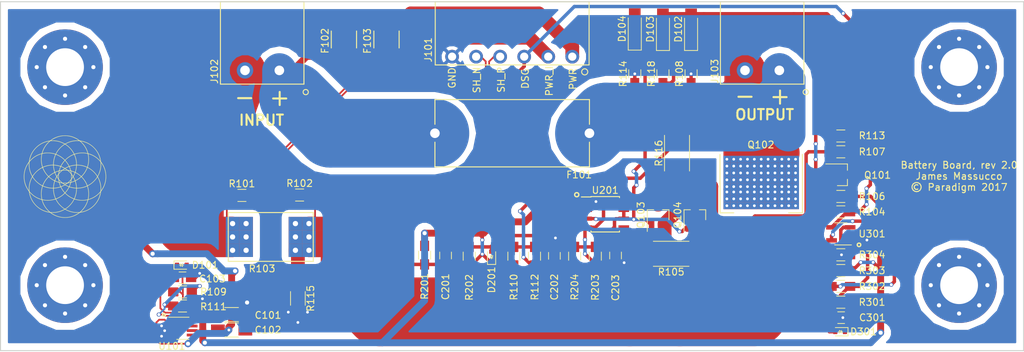
<source format=kicad_pcb>
(kicad_pcb (version 4) (host pcbnew 4.0.4-stable)
  (layers (0 F.Cu signal) (31 B.Cu signal) (34 B.Paste user) (35 F.Paste user hide) (36 B.SilkS user) (37 F.SilkS user) (38 B.Mask user) (39 F.Mask user) (44 Edge.Cuts user))
  (net 0 "")
  (net 1 /15V0)
  (net 2 /BMS_GND)
  (net 3 /CELL_10_POS_FUSED)
  (net 4 "Net-(C103-Pad1)")
  (net 5 "Net-(C201-Pad1)")
  (net 6 /BMS_DISCHARGE_EN_L)
  (net 7 "Net-(C202-Pad2)")
  (net 8 "Net-(C203-Pad2)")
  (net 9 "Net-(C301-Pad1)")
  (net 10 "Net-(D102-Pad1)")
  (net 11 "Net-(D103-Pad1)")
  (net 12 "Net-(D104-Pad1)")
  (net 13 /PRECHG_FET_EN)
  (net 14 /CURR_SHUNT_POS)
  (net 15 /CURR_SHUNT_NEG)
  (net 16 "Net-(Q101-Pad3)")
  (net 17 /CELL_1_NEG)
  (net 18 /MAIN_FET_EN_L)
  (net 19 "Net-(R109-Pad2)")
  (net 20 /SYSTEM_GND)
  (net 21 "Net-(R203-Pad2)")
  (net 22 "Net-(R303-Pad2)")
  (net 23 /READY_PWR)
  (net 24 /BMS_READY_PWR_FUSED)
  (net 25 /CELL_10_POS)
  (net 26 /PACK_POS_FUSED)
  (net 27 "Net-(Q102-Pad1)")
  (net 28 "Net-(Q103-Pad2)")
  (net 29 "Net-(Q103-Pad3)")
  (net 30 /BMS_GND_LOW_CURR)
  (net 31 "Net-(Q101-Pad1)")
  (module Diodes_SMD:D_SOD-523 (layer F.Cu) (at 122.25 48.05 180)
    (fp_text reference D301 (at -3.4 0 180) (layer F.SilkS))
    (fp_text value DIODE)
    (pad 2 smd rect (at 0.7 0) (size 0.6 0.7) (layers F.Cu F.Paste F.Mask) (net 6 /BMS_DISCHARGE_EN_L))
    (pad 1 smd rect (at -0.7 0) (size 0.6 0.7) (layers F.Cu F.Paste F.Mask) (net 9 "Net-(C301-Pad1)"))
  )
  (module Diodes_SMD:D_SOD-523 (layer F.Cu) (at 71.5 37.1 90)
    (fp_text reference D201 (at -3.4 0 90) (layer F.SilkS))
    (fp_text value DIODE)
    (pad 2 smd rect (at 0.7 0 270) (size 0.6 0.7) (layers F.Cu F.Paste F.Mask) (net 5 "Net-(C201-Pad1)"))
    (pad 1 smd rect (at -0.7 0 270) (size 0.6 0.7) (layers F.Cu F.Paste F.Mask) (net 1 /15V0))
  )
  (module Diodes_SMD:D_SOD-523 (layer F.Cu) (at 26.4 38.35)
    (fp_text reference D101 (at 3.4 0) (layer F.SilkS))
    (fp_text value ZENER)
    (pad 2 smd rect (at 0.7 0 180) (size 0.6 0.7) (layers F.Cu F.Paste F.Mask) (net 30 /BMS_GND_LOW_CURR))
    (pad 1 smd rect (at -0.7 0 180) (size 0.6 0.7) (layers F.Cu F.Paste F.Mask) (net 1 /15V0))
  )
  (module TO_SOT_Packages_SMD:SOT-23-8_Handsoldering (layer F.Cu) (at 26.55 47.55)
    (fp_text reference U101 (at -1.6 2.6) (layer F.SilkS))
    (fp_text value LT3060)
    (pad 1 smd rect (at -1.35 -0.98) (size 1.56 0.4) (layers F.Cu F.Paste F.Mask) (net 3 /CELL_10_POS_FUSED))
    (pad 2 smd rect (at -1.35 -0.33) (size 1.56 0.4) (layers F.Cu F.Paste F.Mask) (net 30 /BMS_GND_LOW_CURR))
    (pad 3 smd rect (at -1.35 0.33) (size 1.56 0.4) (layers F.Cu F.Paste F.Mask) (net 30 /BMS_GND_LOW_CURR))
    (pad 4 smd rect (at -1.35 0.98) (size 1.56 0.4) (layers F.Cu F.Paste F.Mask) (net 30 /BMS_GND_LOW_CURR))
    (pad 5 smd rect (at 1.35 0.98) (size 1.56 0.4) (layers F.Cu F.Paste F.Mask) (net 3 /CELL_10_POS_FUSED))
    (pad 6 smd rect (at 1.35 0.33) (size 1.56 0.4) (layers F.Cu F.Paste F.Mask) (net 1 /15V0))
    (pad 7 smd rect (at 1.35 -0.33) (size 1.56 0.4) (layers F.Cu F.Paste F.Mask) (net 19 "Net-(R109-Pad2)"))
    (pad 8 smd rect (at 1.35 -0.98) (size 1.56 0.4) (layers F.Cu F.Paste F.Mask) (net 4 "Net-(C103-Pad1)"))
  )
  (module Capacitors_SMD:C_1206_HandSoldering (layer F.Cu) (at 33.65 45.55)
    (fp_text reference C101 (at 5.3 0.1) (layer F.SilkS))
    (fp_text value 10uF)
    (pad 1 smd rect (at -2 0) (size 2 1.6) (layers F.Cu F.Paste F.Mask) (net 1 /15V0))
    (pad 2 smd rect (at 2 0) (size 2 1.6) (layers F.Cu F.Paste F.Mask) (net 30 /BMS_GND_LOW_CURR))
  )
  (module Capacitors_SMD:C_1206_HandSoldering (layer F.Cu) (at 33.65 47.8)
    (fp_text reference C102 (at 5.3 0) (layer F.SilkS))
    (fp_text value 1uF)
    (pad 1 smd rect (at -2 0) (size 2 1.6) (layers F.Cu F.Paste F.Mask) (net 3 /CELL_10_POS_FUSED))
    (pad 2 smd rect (at 2 0) (size 2 1.6) (layers F.Cu F.Paste F.Mask) (net 30 /BMS_GND_LOW_CURR))
  )
  (module Capacitors_SMD:C_0805_HandSoldering (layer F.Cu) (at 26.5 40.2)
    (fp_text reference C103 (at 4.35 0.15) (layer F.SilkS))
    (fp_text value 10nF)
    (pad 1 smd rect (at -1.25 0) (size 1.5 1.25) (layers F.Cu F.Paste F.Mask) (net 4 "Net-(C103-Pad1)"))
    (pad 2 smd rect (at 1.25 0) (size 1.5 1.25) (layers F.Cu F.Paste F.Mask) (net 30 /BMS_GND_LOW_CURR))
  )
  (module Capacitors_SMD:C_0805_HandSoldering (layer F.Cu) (at 64.8 36.95 270)
    (fp_text reference C201 (at 4.55 0 270) (layer F.SilkS))
    (fp_text value 0.1uF)
    (pad 1 smd rect (at -1.25 0 270) (size 1.5 1.25) (layers F.Cu F.Paste F.Mask) (net 5 "Net-(C201-Pad1)"))
    (pad 2 smd rect (at 1.25 0 270) (size 1.5 1.25) (layers F.Cu F.Paste F.Mask) (net 6 /BMS_DISCHARGE_EN_L))
  )
  (module Capacitors_SMD:C_0805_HandSoldering (layer F.Cu) (at 80.65 37 270)
    (fp_text reference C202 (at 4.55 0 270) (layer F.SilkS))
    (fp_text value 0.1uF)
    (pad 1 smd rect (at -1.25 0 270) (size 1.5 1.25) (layers F.Cu F.Paste F.Mask) (net 30 /BMS_GND_LOW_CURR))
    (pad 2 smd rect (at 1.25 0 270) (size 1.5 1.25) (layers F.Cu F.Paste F.Mask) (net 7 "Net-(C202-Pad2)"))
  )
  (module Capacitors_SMD:C_0805_HandSoldering (layer F.Cu) (at 89.55 36.95 90)
    (fp_text reference C203 (at -4.7 0 90) (layer F.SilkS))
    (fp_text value 0.1uF)
    (pad 1 smd rect (at -1.25 0 90) (size 1.5 1.25) (layers F.Cu F.Paste F.Mask) (net 30 /BMS_GND_LOW_CURR))
    (pad 2 smd rect (at 1.25 0 90) (size 1.5 1.25) (layers F.Cu F.Paste F.Mask) (net 8 "Net-(C203-Pad2)"))
  )
  (module Capacitors_SMD:C_0805_HandSoldering (layer F.Cu) (at 122.4 46)
    (fp_text reference C301 (at 4.55 0) (layer F.SilkS))
    (fp_text value 68nF)
    (pad 1 smd rect (at -1.25 0) (size 1.5 1.25) (layers F.Cu F.Paste F.Mask) (net 9 "Net-(C301-Pad1)"))
    (pad 2 smd rect (at 1.25 0) (size 1.5 1.25) (layers F.Cu F.Paste F.Mask) (net 30 /BMS_GND_LOW_CURR))
  )
  (module LEDs:LED_1206_HandSoldering (layer F.Cu) (at 100.55 4 90)
    (fp_text reference D102 (at 0 -1.85 90) (layer F.SilkS))
    (fp_text value GRN)
    (pad 1 smd rect (at -2 0 90) (size 2 1.7) (layers F.Cu F.Paste F.Mask) (net 10 "Net-(D102-Pad1)"))
    (pad 2 smd rect (at 2 0 90) (size 2 1.7) (layers F.Cu F.Paste F.Mask) (net 1 /15V0))
  )
  (module LEDs:LED_1206_HandSoldering (layer F.Cu) (at 96.45 4 90)
    (fp_text reference D103 (at 0 -1.85 90) (layer F.SilkS))
    (fp_text value GRN)
    (pad 1 smd rect (at -2 0 90) (size 2 1.7) (layers F.Cu F.Paste F.Mask) (net 11 "Net-(D103-Pad1)"))
    (pad 2 smd rect (at 2 0 90) (size 2 1.7) (layers F.Cu F.Paste F.Mask) (net 1 /15V0))
  )
  (module LEDs:LED_1206_HandSoldering (layer F.Cu) (at 92.35 3.95 90)
    (fp_text reference D104 (at 0 -1.85 90) (layer F.SilkS))
    (fp_text value RED)
    (pad 1 smd rect (at -2 0 90) (size 2 1.7) (layers F.Cu F.Paste F.Mask) (net 12 "Net-(D104-Pad1)"))
    (pad 2 smd rect (at 2 0 90) (size 2 1.7) (layers F.Cu F.Paste F.Mask) (net 13 /PRECHG_FET_EN))
  )
  (module hyperCustom:CONN_PHOENIX_1844252_6PIN (layer F.Cu) (at 85.7 0 180)
    (fp_text reference J101 (at 23.418 -7.012 270) (layer F.SilkS))
    (fp_text value CONN_01X06)
    (pad 1 thru_hole circle (at 2.45 -8 180) (size 2 2) (drill 1.2) (layers *.Cu *.Mask) (net 23 /READY_PWR))
    (pad 2 thru_hole circle (at 5.95 -8 180) (size 2 2) (drill 1.2) (layers *.Cu *.Mask) (net 24 /BMS_READY_PWR_FUSED))
    (pad 3 thru_hole circle (at 9.45 -8 180) (size 2 2) (drill 1.2) (layers *.Cu *.Mask) (net 6 /BMS_DISCHARGE_EN_L))
    (pad 4 thru_hole circle (at 12.95 -8 180) (size 2 2) (drill 1.2) (layers *.Cu *.Mask) (net 14 /CURR_SHUNT_POS))
    (pad 5 thru_hole circle (at 16.45 -8 180) (size 2 2) (drill 1.2) (layers *.Cu *.Mask) (net 15 /CURR_SHUNT_NEG))
    (pad 6 thru_hole circle (at 19.95 -8 180) (size 2 2) (drill 1.2) (layers *.Cu *.Mask) (net 30 /BMS_GND_LOW_CURR))
  )
  (module TO_SOT_Packages_SMD:SOT-23_Handsoldering (layer F.Cu) (at 122.55 25.2)
    (fp_text reference Q101 (at 5.15 0.05) (layer F.SilkS))
    (fp_text value PNP)
    (pad 1 smd rect (at -1.5 -0.95) (size 1.9 0.8) (layers F.Cu F.Paste F.Mask) (net 31 "Net-(Q101-Pad1)"))
    (pad 2 smd rect (at -1.5 0.95) (size 1.9 0.8) (layers F.Cu F.Paste F.Mask) (net 1 /15V0))
    (pad 3 smd rect (at 1.5 0) (size 1.9 0.8) (layers F.Cu F.Paste F.Mask) (net 16 "Net-(Q101-Pad3)"))
  )
  (module TO_SOT_Packages_SMD:SOT-23_Handsoldering (layer F.Cu) (at 95.75 31.05 90)
    (fp_text reference Q103 (at 0 -2.5 90) (layer F.SilkS))
    (fp_text value MOS_N)
    (pad 1 smd rect (at -1.5 -0.95 90) (size 1.9 0.8) (layers F.Cu F.Paste F.Mask) (net 13 /PRECHG_FET_EN))
    (pad 2 smd rect (at -1.5 0.95 90) (size 1.9 0.8) (layers F.Cu F.Paste F.Mask) (net 28 "Net-(Q103-Pad2)"))
    (pad 3 smd rect (at 1.5 0 90) (size 1.9 0.8) (layers F.Cu F.Paste F.Mask) (net 29 "Net-(Q103-Pad3)"))
  )
  (module TO_SOT_Packages_SMD:SOT-23_Handsoldering (layer F.Cu) (at 101.1 31.05 90)
    (fp_text reference Q104 (at 0 -2.5 90) (layer F.SilkS))
    (fp_text value NOSTUFF)
    (pad 1 smd rect (at -1.5 -0.95 90) (size 1.9 0.8) (layers F.Cu F.Paste F.Mask) (net 13 /PRECHG_FET_EN))
    (pad 2 smd rect (at -1.5 0.95 90) (size 1.9 0.8) (layers F.Cu F.Paste F.Mask) (net 29 "Net-(Q103-Pad3)"))
    (pad 3 smd rect (at 1.5 0 90) (size 1.9 0.8) (layers F.Cu F.Paste F.Mask) (net 28 "Net-(Q103-Pad2)"))
  )
  (module Resistors_SMD:R_0805_HandSoldering (layer F.Cu) (at 35.15 28.2 180)
    (fp_text reference R101 (at 0 1.7 180) (layer F.SilkS))
    (fp_text value 0)
    (pad 1 smd rect (at -1.35 0 180) (size 1.5 1.3) (layers F.Cu F.Paste F.Mask) (net 15 /CURR_SHUNT_NEG))
    (pad 2 smd rect (at 1.35 0 180) (size 1.5 1.3) (layers F.Cu F.Paste F.Mask) (net 17 /CELL_1_NEG))
  )
  (module Resistors_SMD:R_0805_HandSoldering (layer F.Cu) (at 43.55 28.15)
    (fp_text reference R102 (at 0 -1.7) (layer F.SilkS))
    (fp_text value 0)
    (pad 1 smd rect (at -1.35 0) (size 1.5 1.3) (layers F.Cu F.Paste F.Mask) (net 14 /CURR_SHUNT_POS))
    (pad 2 smd rect (at 1.35 0) (size 1.5 1.3) (layers F.Cu F.Paste F.Mask) (net 2 /BMS_GND))
  )
  (module hyperCustom:RSNS_VISHAY_WSR21L000FEA (layer F.Cu) (at 39.35 34.25 180)
    (fp_text reference R103 (at 1.27 -4.62 180) (layer F.SilkS))
    (fp_text value 0.001)
    (pad 2 thru_hole rect (at 3.59 0 180) (size 1.97 1.946) (drill 0.762) (layers *.Cu *.Mask) (net 17 /CELL_1_NEG))
    (pad 2 thru_hole rect (at 5.56 0 180) (size 1.97 1.946) (drill 0.762) (layers *.Cu *.Mask) (net 17 /CELL_1_NEG))
    (pad 2 thru_hole rect (at 5.56 -1.946 180) (size 1.97 1.946) (drill 0.762) (layers *.Cu *.Mask) (net 17 /CELL_1_NEG))
    (pad 2 thru_hole rect (at 3.59 -1.946 180) (size 1.97 1.946) (drill 0.762) (layers *.Cu *.Mask) (net 17 /CELL_1_NEG))
    (pad 2 thru_hole rect (at 3.59 1.946 180) (size 1.97 1.946) (drill 0.762) (layers *.Cu *.Mask) (net 17 /CELL_1_NEG))
    (pad 2 thru_hole rect (at 5.56 1.946 180) (size 1.97 1.946) (drill 0.762) (layers *.Cu *.Mask) (net 17 /CELL_1_NEG))
    (pad 1 thru_hole rect (at -5.56 0 180) (size 1.97 1.946) (drill 0.762) (layers *.Cu *.Mask) (net 2 /BMS_GND))
    (pad 1 thru_hole rect (at -3.59 0 180) (size 1.97 1.946) (drill 0.762) (layers *.Cu *.Mask) (net 2 /BMS_GND))
    (pad 1 thru_hole rect (at -3.59 -1.946 180) (size 1.97 1.946) (drill 0.762) (layers *.Cu *.Mask) (net 2 /BMS_GND))
    (pad 1 thru_hole rect (at -5.56 -1.946 180) (size 1.97 1.946) (drill 0.762) (layers *.Cu *.Mask) (net 2 /BMS_GND))
    (pad 1 thru_hole rect (at -5.56 1.946 180) (size 1.97 1.946) (drill 0.762) (layers *.Cu *.Mask) (net 2 /BMS_GND))
    (pad 1 thru_hole rect (at -3.59 1.946 180) (size 1.97 1.946) (drill 0.762) (layers *.Cu *.Mask) (net 2 /BMS_GND))
  )
  (module Resistors_SMD:R_0805_HandSoldering (layer F.Cu) (at 122.35 30.6 180)
    (fp_text reference R104 (at -4.55 0 180) (layer F.SilkS))
    (fp_text value 10k)
    (pad 1 smd rect (at -1.35 0 180) (size 1.5 1.3) (layers F.Cu F.Paste F.Mask) (net 18 /MAIN_FET_EN_L))
    (pad 2 smd rect (at 1.35 0 180) (size 1.5 1.3) (layers F.Cu F.Paste F.Mask) (net 31 "Net-(Q101-Pad1)"))
  )
  (module Resistors_SMD:R_2512_HandSoldering (layer F.Cu) (at 97.65 36.7)
    (fp_text reference R105 (at 0 2.65) (layer F.SilkS))
    (fp_text value 0)
    (pad 1 smd rect (at -3.95 0) (size 2.7 3.2) (layers F.Cu F.Paste F.Mask) (net 28 "Net-(Q103-Pad2)"))
    (pad 2 smd rect (at 3.95 0) (size 2.7 3.2) (layers F.Cu F.Paste F.Mask) (net 2 /BMS_GND))
  )
  (module Resistors_SMD:R_0805_HandSoldering (layer F.Cu) (at 122.35 28.35)
    (fp_text reference R106 (at 4.55 0) (layer F.SilkS))
    (fp_text value 1M)
    (pad 1 smd rect (at -1.35 0) (size 1.5 1.3) (layers F.Cu F.Paste F.Mask) (net 31 "Net-(Q101-Pad1)"))
    (pad 2 smd rect (at 1.35 0) (size 1.5 1.3) (layers F.Cu F.Paste F.Mask) (net 1 /15V0))
  )
  (module Resistors_SMD:R_0805_HandSoldering (layer F.Cu) (at 122.35 21.85 180)
    (fp_text reference R107 (at -4.55 0 180) (layer F.SilkS))
    (fp_text value 0)
    (pad 1 smd rect (at -1.35 0 180) (size 1.5 1.3) (layers F.Cu F.Paste F.Mask) (net 16 "Net-(Q101-Pad3)"))
    (pad 2 smd rect (at 1.35 0 180) (size 1.5 1.3) (layers F.Cu F.Paste F.Mask) (net 27 "Net-(Q102-Pad1)"))
  )
  (module Resistors_SMD:R_0805_HandSoldering (layer F.Cu) (at 100.55 10.5 90)
    (fp_text reference R108 (at 0 -1.7 90) (layer F.SilkS))
    (fp_text value R)
    (pad 1 smd rect (at -1.35 0 90) (size 1.5 1.3) (layers F.Cu F.Paste F.Mask) (net 30 /BMS_GND_LOW_CURR))
    (pad 2 smd rect (at 1.35 0 90) (size 1.5 1.3) (layers F.Cu F.Paste F.Mask) (net 10 "Net-(D102-Pad1)"))
  )
  (module Resistors_SMD:R_0805_HandSoldering (layer F.Cu) (at 26.5 42.25)
    (fp_text reference R109 (at 4.5 0) (layer F.SilkS))
    (fp_text value NOSTUFF)
    (pad 1 smd rect (at -1.35 0) (size 1.5 1.3) (layers F.Cu F.Paste F.Mask) (net 1 /15V0))
    (pad 2 smd rect (at 1.35 0) (size 1.5 1.3) (layers F.Cu F.Paste F.Mask) (net 19 "Net-(R109-Pad2)"))
  )
  (module Resistors_SMD:R_0805_HandSoldering (layer F.Cu) (at 74.75 37.05 270)
    (fp_text reference R110 (at 4.5 0 270) (layer F.SilkS))
    (fp_text value 1M)
    (pad 1 smd rect (at -1.35 0 270) (size 1.5 1.3) (layers F.Cu F.Paste F.Mask) (net 13 /PRECHG_FET_EN))
    (pad 2 smd rect (at 1.35 0 270) (size 1.5 1.3) (layers F.Cu F.Paste F.Mask) (net 28 "Net-(Q103-Pad2)"))
  )
  (module Resistors_SMD:R_0805_HandSoldering (layer F.Cu) (at 26.5 44.3)
    (fp_text reference R111 (at 4.5 0.1) (layer F.SilkS))
    (fp_text value NOSTUFF)
    (pad 1 smd rect (at -1.35 0) (size 1.5 1.3) (layers F.Cu F.Paste F.Mask) (net 19 "Net-(R109-Pad2)"))
    (pad 2 smd rect (at 1.35 0) (size 1.5 1.3) (layers F.Cu F.Paste F.Mask) (net 30 /BMS_GND_LOW_CURR))
  )
  (module Resistors_SMD:R_0805_HandSoldering (layer F.Cu) (at 77.75 37.05 270)
    (fp_text reference R112 (at 4.5 -0.05 270) (layer F.SilkS))
    (fp_text value NOSTUFF)
    (pad 1 smd rect (at -1.35 0 270) (size 1.5 1.3) (layers F.Cu F.Paste F.Mask) (net 13 /PRECHG_FET_EN))
    (pad 2 smd rect (at 1.35 0 270) (size 1.5 1.3) (layers F.Cu F.Paste F.Mask) (net 20 /SYSTEM_GND))
  )
  (module Resistors_SMD:R_0805_HandSoldering (layer F.Cu) (at 122.35 19.55)
    (fp_text reference R113 (at 4.55 -0.05) (layer F.SilkS))
    (fp_text value 100k)
    (pad 1 smd rect (at -1.35 0) (size 1.5 1.3) (layers F.Cu F.Paste F.Mask) (net 27 "Net-(Q102-Pad1)"))
    (pad 2 smd rect (at 1.35 0) (size 1.5 1.3) (layers F.Cu F.Paste F.Mask) (net 2 /BMS_GND))
  )
  (module Resistors_SMD:R_0805_HandSoldering (layer F.Cu) (at 92.35 10.5 90)
    (fp_text reference R114 (at 0 -1.7 90) (layer F.SilkS))
    (fp_text value R)
    (pad 1 smd rect (at -1.35 0 90) (size 1.5 1.3) (layers F.Cu F.Paste F.Mask) (net 30 /BMS_GND_LOW_CURR))
    (pad 2 smd rect (at 1.35 0 90) (size 1.5 1.3) (layers F.Cu F.Paste F.Mask) (net 12 "Net-(D104-Pad1)"))
  )
  (module Resistors_SMD:R_2512_HandSoldering (layer F.Cu) (at 98.5 22.05 270)
    (fp_text reference R116 (at 0 2.65 270) (layer F.SilkS))
    (fp_text value 1k)
    (pad 1 smd rect (at -3.95 0 270) (size 2.7 3.2) (layers F.Cu F.Paste F.Mask) (net 20 /SYSTEM_GND))
    (pad 2 smd rect (at 3.95 0 270) (size 2.7 3.2) (layers F.Cu F.Paste F.Mask) (net 29 "Net-(Q103-Pad3)"))
  )
  (module Resistors_SMD:R_0805_HandSoldering (layer F.Cu) (at 96.45 10.5 90)
    (fp_text reference R118 (at 0 -1.7 90) (layer F.SilkS))
    (fp_text value R)
    (pad 1 smd rect (at -1.35 0 90) (size 1.5 1.3) (layers F.Cu F.Paste F.Mask) (net 18 /MAIN_FET_EN_L))
    (pad 2 smd rect (at 1.35 0 90) (size 1.5 1.3) (layers F.Cu F.Paste F.Mask) (net 11 "Net-(D103-Pad1)"))
  )
  (module Resistors_SMD:R_0805_HandSoldering (layer F.Cu) (at 61.75 36.9 270)
    (fp_text reference R201 (at 4.55 0 270) (layer F.SilkS))
    (fp_text value 100k)
    (pad 1 smd rect (at -1.35 0 270) (size 1.5 1.3) (layers F.Cu F.Paste F.Mask) (net 1 /15V0))
    (pad 2 smd rect (at 1.35 0 270) (size 1.5 1.3) (layers F.Cu F.Paste F.Mask) (net 6 /BMS_DISCHARGE_EN_L))
  )
  (module Resistors_SMD:R_0805_HandSoldering (layer F.Cu) (at 68.25 37.05 90)
    (fp_text reference R202 (at -4.55 0 90) (layer F.SilkS))
    (fp_text value 2k)
    (pad 1 smd rect (at -1.35 0 90) (size 1.5 1.3) (layers F.Cu F.Paste F.Mask) (net 1 /15V0))
    (pad 2 smd rect (at 1.35 0 90) (size 1.5 1.3) (layers F.Cu F.Paste F.Mask) (net 5 "Net-(C201-Pad1)"))
  )
  (module Resistors_SMD:R_0805_HandSoldering (layer F.Cu) (at 86.6 37.05 90)
    (fp_text reference R203 (at -4.55 0 90) (layer F.SilkS))
    (fp_text value 1M)
    (pad 1 smd rect (at -1.35 0 90) (size 1.5 1.3) (layers F.Cu F.Paste F.Mask) (net 1 /15V0))
    (pad 2 smd rect (at 1.35 0 90) (size 1.5 1.3) (layers F.Cu F.Paste F.Mask) (net 21 "Net-(R203-Pad2)"))
  )
  (module Resistors_SMD:R_0805_HandSoldering (layer F.Cu) (at 83.6 37.05 270)
    (fp_text reference R204 (at 4.5 0 270) (layer F.SilkS))
    (fp_text value 2.2k)
    (pad 1 smd rect (at -1.35 0 270) (size 1.5 1.3) (layers F.Cu F.Paste F.Mask) (net 21 "Net-(R203-Pad2)"))
    (pad 2 smd rect (at 1.35 0 270) (size 1.5 1.3) (layers F.Cu F.Paste F.Mask) (net 7 "Net-(C202-Pad2)"))
  )
  (module Resistors_SMD:R_0805_HandSoldering (layer F.Cu) (at 122.35 43.75 180)
    (fp_text reference R301 (at -4.55 0 180) (layer F.SilkS))
    (fp_text value 10k)
    (pad 1 smd rect (at -1.35 0 180) (size 1.5 1.3) (layers F.Cu F.Paste F.Mask) (net 1 /15V0))
    (pad 2 smd rect (at 1.35 0 180) (size 1.5 1.3) (layers F.Cu F.Paste F.Mask) (net 6 /BMS_DISCHARGE_EN_L))
  )
  (module Resistors_SMD:R_0805_HandSoldering (layer F.Cu) (at 122.35 41.45 180)
    (fp_text reference R302 (at -4.55 0 180) (layer F.SilkS))
    (fp_text value 1M)
    (pad 1 smd rect (at -1.35 0 180) (size 1.5 1.3) (layers F.Cu F.Paste F.Mask) (net 9 "Net-(C301-Pad1)"))
    (pad 2 smd rect (at 1.35 0 180) (size 1.5 1.3) (layers F.Cu F.Paste F.Mask) (net 6 /BMS_DISCHARGE_EN_L))
  )
  (module Resistors_SMD:R_0805_HandSoldering (layer F.Cu) (at 122.35 39.15 180)
    (fp_text reference R303 (at -4.55 0 180) (layer F.SilkS))
    (fp_text value 500k)
    (pad 1 smd rect (at -1.35 0 180) (size 1.5 1.3) (layers F.Cu F.Paste F.Mask) (net 1 /15V0))
    (pad 2 smd rect (at 1.35 0 180) (size 1.5 1.3) (layers F.Cu F.Paste F.Mask) (net 22 "Net-(R303-Pad2)"))
  )
  (module Resistors_SMD:R_0805_HandSoldering (layer F.Cu) (at 122.35 36.85)
    (fp_text reference R304 (at 4.55 0) (layer F.SilkS))
    (fp_text value 500k)
    (pad 1 smd rect (at -1.35 0) (size 1.5 1.3) (layers F.Cu F.Paste F.Mask) (net 22 "Net-(R303-Pad2)"))
    (pad 2 smd rect (at 1.35 0) (size 1.5 1.3) (layers F.Cu F.Paste F.Mask) (net 30 /BMS_GND_LOW_CURR))
  )
  (module Housings_SOIC:SOIC-8_3.9x4.9mm_Pitch1.27mm (layer F.Cu) (at 88.05 30.95)
    (fp_text reference U201 (at 0 -3.5) (layer F.SilkS))
    (fp_text value 555)
    (pad 1 smd rect (at -2.7 -1.905) (size 1.55 0.6) (layers F.Cu F.Paste F.Mask) (net 30 /BMS_GND_LOW_CURR))
    (pad 2 smd rect (at -2.7 -0.635) (size 1.55 0.6) (layers F.Cu F.Paste F.Mask) (net 5 "Net-(C201-Pad1)"))
    (pad 3 smd rect (at -2.7 0.635) (size 1.55 0.6) (layers F.Cu F.Paste F.Mask) (net 13 /PRECHG_FET_EN))
    (pad 4 smd rect (at -2.7 1.905) (size 1.55 0.6) (layers F.Cu F.Paste F.Mask) (net 1 /15V0))
    (pad 5 smd rect (at 2.7 1.905) (size 1.55 0.6) (layers F.Cu F.Paste F.Mask) (net 8 "Net-(C203-Pad2)"))
    (pad 6 smd rect (at 2.7 0.635) (size 1.55 0.6) (layers F.Cu F.Paste F.Mask) (net 21 "Net-(R203-Pad2)"))
    (pad 7 smd rect (at 2.7 -0.635) (size 1.55 0.6) (layers F.Cu F.Paste F.Mask) (net 21 "Net-(R203-Pad2)"))
    (pad 8 smd rect (at 2.7 -1.905) (size 1.55 0.6) (layers F.Cu F.Paste F.Mask) (net 1 /15V0))
  )
  (module TO_SOT_Packages_SMD:SOT-23-5_HandSoldering (layer F.Cu) (at 122.35 33.8 180)
    (fp_text reference U301 (at -4.55 0 180) (layer F.SilkS))
    (fp_text value LM321)
    (pad 1 smd rect (at -1.35 -0.95 180) (size 1.56 0.65) (layers F.Cu F.Paste F.Mask) (net 9 "Net-(C301-Pad1)"))
    (pad 2 smd rect (at -1.35 0 180) (size 1.56 0.65) (layers F.Cu F.Paste F.Mask) (net 30 /BMS_GND_LOW_CURR))
    (pad 3 smd rect (at -1.35 0.95 180) (size 1.56 0.65) (layers F.Cu F.Paste F.Mask) (net 22 "Net-(R303-Pad2)"))
    (pad 4 smd rect (at 1.35 0.95 180) (size 1.56 0.65) (layers F.Cu F.Paste F.Mask) (net 18 /MAIN_FET_EN_L))
    (pad 5 smd rect (at 1.35 -0.95 180) (size 1.56 0.65) (layers F.Cu F.Paste F.Mask) (net 1 /15V0))
  )
  (module hyperCustom:Fuse_SMD_2410 (layer F.Cu) (at 50 5.5 90)
    (fp_text reference F102 (at -0.2 -2.75 90) (layer F.SilkS))
    (fp_text value 1A)
    (pad 1 smd rect (at -2.455 0 90) (size 1.96 3.15) (layers F.Cu F.Paste F.Mask) (net 25 /CELL_10_POS))
    (pad 2 smd rect (at 2.455 0 90) (size 1.96 3.15) (layers F.Cu F.Paste F.Mask) (net 3 /CELL_10_POS_FUSED))
  )
  (module hyperCustom:Fuse_SMD_2410 (layer F.Cu) (at 56.2 5.5 270)
    (fp_text reference F103 (at 0.22 2.79 270) (layer F.SilkS))
    (fp_text value 1A)
    (pad 1 smd rect (at -2.455 0 270) (size 1.96 3.15) (layers F.Cu F.Paste F.Mask) (net 23 /READY_PWR))
    (pad 2 smd rect (at 2.455 0 270) (size 1.96 3.15) (layers F.Cu F.Paste F.Mask) (net 24 /BMS_READY_PWR_FUSED))
  )
  (module hyperCustom:Fuseholder_5x20mm_Wurth (layer F.Cu) (at 74.5 19.15)
    (fp_text reference F101 (at 9.74 6.05) (layer F.SilkS))
    (fp_text value 7A)
    (pad 1 thru_hole circle (at -11.25 0) (size 2 2) (drill 1.4) (layers *.Cu *.Mask) (net 25 /CELL_10_POS))
    (pad 2 thru_hole circle (at 11.25 0) (size 2 2) (drill 1.4) (layers *.Cu *.Mask) (net 26 /PACK_POS_FUSED))
  )
  (module hyperCustom:CONN_PHOENIX_1923869_2PIN (layer F.Cu) (at 38.1 10 180)
    (fp_text reference J102 (at 6.95 -0.15 450) (layer F.SilkS))
    (fp_text value CONN_01X02)
    (pad 1 thru_hole circle (at -2.5 0 180) (size 2.4 2.4) (drill 1.4) (layers *.Cu *.Mask) (net 25 /CELL_10_POS))
    (pad 2 thru_hole circle (at 2.5 0 180) (size 2.4 2.4) (drill 1.4) (layers *.Cu *.Mask) (net 17 /CELL_1_NEG))
  )
  (module hyperCustom:CONN_PHOENIX_1923869_2PIN (layer F.Cu) (at 110.9 10 180)
    (fp_text reference J103 (at 6.9 -0.15 270) (layer F.SilkS))
    (fp_text value CONN_01X02)
    (pad 1 thru_hole circle (at -2.5 0 180) (size 2.4 2.4) (drill 1.4) (layers *.Cu *.Mask) (net 26 /PACK_POS_FUSED))
    (pad 2 thru_hole circle (at 2.5 0 180) (size 2.4 2.4) (drill 1.4) (layers *.Cu *.Mask) (net 20 /SYSTEM_GND))
  )
  (module hyperCustom:DD-PAK_TO263_AOB290L (layer F.Cu) (at 105.06 22.235)
    (fp_text reference Q102 (at 5.65 -1.4) (layer F.SilkS))
    (fp_text value AOB290L)
    (pad 2 thru_hole rect (at 0.7 0.7) (size 1 1) (drill 0.4) (layers *.Cu B.Mask) (net 20 /SYSTEM_GND))
    (pad 2 thru_hole rect (at 1.7 0.7) (size 1 1) (drill 0.4) (layers *.Cu B.Mask) (net 20 /SYSTEM_GND))
    (pad 2 thru_hole rect (at 1.7 1.7) (size 1 1) (drill 0.4) (layers *.Cu B.Mask) (net 20 /SYSTEM_GND))
    (pad 2 thru_hole rect (at 0.7 1.7) (size 1 1) (drill 0.4) (layers *.Cu B.Mask) (net 20 /SYSTEM_GND))
    (pad 2 thru_hole rect (at 2.7 1.7) (size 1 1) (drill 0.4) (layers *.Cu B.Mask) (net 20 /SYSTEM_GND))
    (pad 2 thru_hole rect (at 3.7 1.7) (size 1 1) (drill 0.4) (layers *.Cu B.Mask) (net 20 /SYSTEM_GND))
    (pad 2 thru_hole rect (at 3.7 0.7) (size 1 1) (drill 0.4) (layers *.Cu B.Mask) (net 20 /SYSTEM_GND))
    (pad 2 thru_hole rect (at 2.7 0.7) (size 1 1) (drill 0.4) (layers *.Cu B.Mask) (net 20 /SYSTEM_GND))
    (pad 2 thru_hole rect (at 6.7 0.7) (size 1 1) (drill 0.4) (layers *.Cu B.Mask) (net 20 /SYSTEM_GND))
    (pad 2 thru_hole rect (at 7.7 0.7) (size 1 1) (drill 0.4) (layers *.Cu B.Mask) (net 20 /SYSTEM_GND))
    (pad 2 thru_hole rect (at 7.7 1.7) (size 1 1) (drill 0.4) (layers *.Cu B.Mask) (net 20 /SYSTEM_GND))
    (pad 2 thru_hole rect (at 6.7 1.7) (size 1 1) (drill 0.4) (layers *.Cu B.Mask) (net 20 /SYSTEM_GND))
    (pad 2 thru_hole rect (at 4.7 1.7) (size 1 1) (drill 0.4) (layers *.Cu B.Mask) (net 20 /SYSTEM_GND))
    (pad 2 thru_hole rect (at 5.7 1.7) (size 1 1) (drill 0.4) (layers *.Cu B.Mask) (net 20 /SYSTEM_GND))
    (pad 2 thru_hole rect (at 5.7 0.7) (size 1 1) (drill 0.4) (layers *.Cu B.Mask) (net 20 /SYSTEM_GND))
    (pad 2 thru_hole rect (at 4.7 0.7) (size 1 1) (drill 0.4) (layers *.Cu B.Mask) (net 20 /SYSTEM_GND))
    (pad 2 thru_hole rect (at 8.7 0.7) (size 1 1) (drill 0.4) (layers *.Cu B.Mask) (net 20 /SYSTEM_GND))
    (pad 2 thru_hole rect (at 8.7 1.7) (size 1 1) (drill 0.4) (layers *.Cu B.Mask) (net 20 /SYSTEM_GND))
    (pad 2 thru_hole rect (at 9.7 1.7) (size 1 1) (drill 0.4) (layers *.Cu B.Mask) (net 20 /SYSTEM_GND))
    (pad 2 thru_hole rect (at 10.7 1.7) (size 1 1) (drill 0.4) (layers *.Cu B.Mask) (net 20 /SYSTEM_GND))
    (pad 2 thru_hole rect (at 10.7 0.7) (size 1 1) (drill 0.4) (layers *.Cu B.Mask) (net 20 /SYSTEM_GND))
    (pad 2 thru_hole rect (at 9.7 0.7) (size 1 1) (drill 0.4) (layers *.Cu B.Mask) (net 20 /SYSTEM_GND))
    (pad 2 thru_hole rect (at 9.7 2.7) (size 1 1) (drill 0.4) (layers *.Cu B.Mask) (net 20 /SYSTEM_GND))
    (pad 2 thru_hole rect (at 10.7 2.7) (size 1 1) (drill 0.4) (layers *.Cu B.Mask) (net 20 /SYSTEM_GND))
    (pad 2 thru_hole rect (at 10.7 3.7) (size 1 1) (drill 0.4) (layers *.Cu B.Mask) (net 20 /SYSTEM_GND))
    (pad 2 thru_hole rect (at 9.7 3.7) (size 1 1) (drill 0.4) (layers *.Cu B.Mask) (net 20 /SYSTEM_GND))
    (pad 2 thru_hole rect (at 8.7 3.7) (size 1 1) (drill 0.4) (layers *.Cu B.Mask) (net 20 /SYSTEM_GND))
    (pad 2 thru_hole rect (at 8.7 2.7) (size 1 1) (drill 0.4) (layers *.Cu B.Mask) (net 20 /SYSTEM_GND))
    (pad 2 thru_hole rect (at 4.7 2.7) (size 1 1) (drill 0.4) (layers *.Cu B.Mask) (net 20 /SYSTEM_GND))
    (pad 2 thru_hole rect (at 5.7 2.7) (size 1 1) (drill 0.4) (layers *.Cu B.Mask) (net 20 /SYSTEM_GND))
    (pad 2 thru_hole rect (at 5.7 3.7) (size 1 1) (drill 0.4) (layers *.Cu B.Mask) (net 20 /SYSTEM_GND))
    (pad 2 thru_hole rect (at 4.7 3.7) (size 1 1) (drill 0.4) (layers *.Cu B.Mask) (net 20 /SYSTEM_GND))
    (pad 2 thru_hole rect (at 6.7 3.7) (size 1 1) (drill 0.4) (layers *.Cu B.Mask) (net 20 /SYSTEM_GND))
    (pad 2 thru_hole rect (at 7.7 3.7) (size 1 1) (drill 0.4) (layers *.Cu B.Mask) (net 20 /SYSTEM_GND))
    (pad 2 thru_hole rect (at 7.7 2.7) (size 1 1) (drill 0.4) (layers *.Cu B.Mask) (net 20 /SYSTEM_GND))
    (pad 2 thru_hole rect (at 6.7 2.7) (size 1 1) (drill 0.4) (layers *.Cu B.Mask) (net 20 /SYSTEM_GND))
    (pad 2 thru_hole rect (at 2.7 2.7) (size 1 1) (drill 0.4) (layers *.Cu B.Mask) (net 20 /SYSTEM_GND))
    (pad 2 thru_hole rect (at 3.7 2.7) (size 1 1) (drill 0.4) (layers *.Cu B.Mask) (net 20 /SYSTEM_GND))
    (pad 2 thru_hole rect (at 3.7 3.7) (size 1 1) (drill 0.4) (layers *.Cu B.Mask) (net 20 /SYSTEM_GND))
    (pad 2 thru_hole rect (at 2.7 3.7) (size 1 1) (drill 0.4) (layers *.Cu B.Mask) (net 20 /SYSTEM_GND))
    (pad 2 thru_hole rect (at 0.7 3.7) (size 1 1) (drill 0.4) (layers *.Cu B.Mask) (net 20 /SYSTEM_GND))
    (pad 2 thru_hole rect (at 1.7 3.7) (size 1 1) (drill 0.4) (layers *.Cu B.Mask) (net 20 /SYSTEM_GND))
    (pad 2 thru_hole rect (at 1.7 2.7) (size 1 1) (drill 0.4) (layers *.Cu B.Mask) (net 20 /SYSTEM_GND))
    (pad 2 thru_hole rect (at 0.7 2.7) (size 1 1) (drill 0.4) (layers *.Cu B.Mask) (net 20 /SYSTEM_GND))
    (pad 1 smd rect (at 3.16 15.115) (size 2.032 5) (layers F.Cu F.Paste F.Mask) (net 27 "Net-(Q102-Pad1)"))
    (pad 3 smd rect (at 8.24 15.115) (size 2.032 5) (layers F.Cu F.Paste F.Mask) (net 2 /BMS_GND))
    (pad 2 thru_hole rect (at 0.7 5.47) (size 1 1) (drill 0.4) (layers *.Cu B.Mask) (net 20 /SYSTEM_GND))
    (pad 2 thru_hole rect (at 0.7 4.69) (size 1 1) (drill 0.4) (layers *.Cu B.Mask) (net 20 /SYSTEM_GND))
    (pad 2 thru_hole rect (at 1.7 4.69) (size 1 1) (drill 0.4) (layers *.Cu B.Mask) (net 20 /SYSTEM_GND))
    (pad 2 thru_hole rect (at 1.7 5.47) (size 1 1) (drill 0.4) (layers *.Cu B.Mask) (net 20 /SYSTEM_GND))
    (pad 2 thru_hole rect (at 2.7 5.47) (size 1 1) (drill 0.4) (layers *.Cu B.Mask) (net 20 /SYSTEM_GND))
    (pad 2 thru_hole rect (at 3.7 5.47) (size 1 1) (drill 0.4) (layers *.Cu B.Mask) (net 20 /SYSTEM_GND))
    (pad 2 thru_hole rect (at 3.7 4.69) (size 1 1) (drill 0.4) (layers *.Cu B.Mask) (net 20 /SYSTEM_GND))
    (pad 2 thru_hole rect (at 4.7 5.47) (size 1 1) (drill 0.4) (layers *.Cu B.Mask) (net 20 /SYSTEM_GND))
    (pad 2 thru_hole rect (at 5.7 4.69) (size 1 1) (drill 0.4) (layers *.Cu B.Mask) (net 20 /SYSTEM_GND))
    (pad 2 thru_hole rect (at 2.7 4.69) (size 1 1) (drill 0.4) (layers *.Cu B.Mask) (net 20 /SYSTEM_GND))
    (pad 2 thru_hole rect (at 5.7 5.47) (size 1 1) (drill 0.4) (layers *.Cu B.Mask) (net 20 /SYSTEM_GND))
    (pad 2 thru_hole rect (at 4.7 4.69) (size 1 1) (drill 0.4) (layers *.Cu B.Mask) (net 20 /SYSTEM_GND))
    (pad 2 thru_hole rect (at 4.7 6.47) (size 1 1) (drill 0.4) (layers *.Cu B.Mask) (net 20 /SYSTEM_GND))
    (pad 2 thru_hole rect (at 5.7 6.47) (size 1 1) (drill 0.4) (layers *.Cu B.Mask) (net 20 /SYSTEM_GND))
    (pad 2 thru_hole rect (at 5.7 7.47) (size 1 1) (drill 0.4) (layers *.Cu B.Mask) (net 20 /SYSTEM_GND))
    (pad 2 thru_hole rect (at 4.7 7.47) (size 1 1) (drill 0.4) (layers *.Cu B.Mask) (net 20 /SYSTEM_GND))
    (pad 2 thru_hole rect (at 6.7 7.47) (size 1 1) (drill 0.4) (layers *.Cu B.Mask) (net 20 /SYSTEM_GND))
    (pad 2 thru_hole rect (at 3.7 6.47) (size 1 1) (drill 0.4) (layers *.Cu B.Mask) (net 20 /SYSTEM_GND))
    (pad 2 thru_hole rect (at 6.7 6.47) (size 1 1) (drill 0.4) (layers *.Cu B.Mask) (net 20 /SYSTEM_GND))
    (pad 2 thru_hole rect (at 3.7 7.47) (size 1 1) (drill 0.4) (layers *.Cu B.Mask) (net 20 /SYSTEM_GND))
    (pad 2 thru_hole rect (at 9.7 5.47) (size 1 1) (drill 0.4) (layers *.Cu B.Mask) (net 20 /SYSTEM_GND))
    (pad 2 thru_hole rect (at 10.7 5.47) (size 1 1) (drill 0.4) (layers *.Cu B.Mask) (net 20 /SYSTEM_GND))
    (pad 2 thru_hole rect (at 10.7 4.69) (size 1 1) (drill 0.4) (layers *.Cu B.Mask) (net 20 /SYSTEM_GND))
    (pad 2 thru_hole rect (at 9.7 6.47) (size 1 1) (drill 0.4) (layers *.Cu B.Mask) (net 20 /SYSTEM_GND))
    (pad 2 thru_hole rect (at 9.7 4.69) (size 1 1) (drill 0.4) (layers *.Cu B.Mask) (net 20 /SYSTEM_GND))
    (pad 2 thru_hole rect (at 10.7 6.47) (size 1 1) (drill 0.4) (layers *.Cu B.Mask) (net 20 /SYSTEM_GND))
    (pad 2 thru_hole rect (at 2.7 7.47) (size 1 1) (drill 0.4) (layers *.Cu B.Mask) (net 20 /SYSTEM_GND))
    (pad 2 thru_hole rect (at 0.7 7.47) (size 1 1) (drill 0.4) (layers *.Cu B.Mask) (net 20 /SYSTEM_GND))
    (pad 2 thru_hole rect (at 1.7 7.47) (size 1 1) (drill 0.4) (layers *.Cu B.Mask) (net 20 /SYSTEM_GND))
    (pad 2 thru_hole rect (at 1.7 6.47) (size 1 1) (drill 0.4) (layers *.Cu B.Mask) (net 20 /SYSTEM_GND))
    (pad 2 thru_hole rect (at 2.7 6.47) (size 1 1) (drill 0.4) (layers *.Cu B.Mask) (net 20 /SYSTEM_GND))
    (pad 2 thru_hole rect (at 0.7 6.47) (size 1 1) (drill 0.4) (layers *.Cu B.Mask) (net 20 /SYSTEM_GND))
    (pad 2 thru_hole rect (at 7.7 7.47) (size 1 1) (drill 0.4) (layers *.Cu B.Mask) (net 20 /SYSTEM_GND))
    (pad 2 thru_hole rect (at 8.7 6.47) (size 1 1) (drill 0.4) (layers *.Cu B.Mask) (net 20 /SYSTEM_GND))
    (pad 2 thru_hole rect (at 10.7 7.47) (size 1 1) (drill 0.4) (layers *.Cu B.Mask) (net 20 /SYSTEM_GND))
    (pad 2 thru_hole rect (at 9.7 7.47) (size 1 1) (drill 0.4) (layers *.Cu B.Mask) (net 20 /SYSTEM_GND))
    (pad 2 thru_hole rect (at 8.7 7.47) (size 1 1) (drill 0.4) (layers *.Cu B.Mask) (net 20 /SYSTEM_GND))
    (pad 2 thru_hole rect (at 7.7 6.47) (size 1 1) (drill 0.4) (layers *.Cu B.Mask) (net 20 /SYSTEM_GND))
    (pad 2 thru_hole rect (at 7.7 4.69) (size 1 1) (drill 0.4) (layers *.Cu B.Mask) (net 20 /SYSTEM_GND))
    (pad 2 thru_hole rect (at 6.7 5.47) (size 1 1) (drill 0.4) (layers *.Cu B.Mask) (net 20 /SYSTEM_GND))
    (pad 2 thru_hole rect (at 8.7 4.69) (size 1 1) (drill 0.4) (layers *.Cu B.Mask) (net 20 /SYSTEM_GND))
    (pad 2 thru_hole rect (at 8.7 5.47) (size 1 1) (drill 0.4) (layers *.Cu B.Mask) (net 20 /SYSTEM_GND))
    (pad 2 thru_hole rect (at 7.7 5.47) (size 1 1) (drill 0.4) (layers *.Cu B.Mask) (net 20 /SYSTEM_GND))
    (pad 2 thru_hole rect (at 6.7 4.69) (size 1 1) (drill 0.4) (layers *.Cu B.Mask) (net 20 /SYSTEM_GND))
  )
  (module Resistors_SMD:R_1206_HandSoldering (layer F.Cu) (at 43.3 43.2 270)
    (fp_text reference R115 (at 0 -1.85 270) (layer F.SilkS))
    (fp_text value 0)
    (pad 1 smd rect (at -2 0 270) (size 2 1.7) (layers F.Cu F.Paste F.Mask) (net 2 /BMS_GND))
    (pad 2 smd rect (at 2 0 270) (size 2 1.7) (layers F.Cu F.Paste F.Mask) (net 30 /BMS_GND_LOW_CURR))
  )
  (module hyperCustom:MountingHole_5.5mm_Pad_Via (layer F.Cu) (at 9.398 9.525)
    (fp_text reference J107 hide)
    (fp_text value MOUNTING_HOLE)
    (pad 1 thru_hole circle (at 0 0) (size 11 11) (drill 5.5) (layers *.Cu *.Mask))
    (pad "" thru_hole circle (at 4.125 0) (size 0.7 0.7) (drill 0.6) (layers *.Cu *.Mask))
    (pad "" thru_hole circle (at 2.926815 2.926815) (size 0.7 0.7) (drill 0.6) (layers *.Cu *.Mask))
    (pad "" thru_hole circle (at 0 4.125) (size 0.7 0.7) (drill 0.6) (layers *.Cu *.Mask))
    (pad "" thru_hole circle (at -2.926815 2.926815) (size 0.7 0.7) (drill 0.6) (layers *.Cu *.Mask))
    (pad "" thru_hole circle (at -4.125 0) (size 0.7 0.7) (drill 0.6) (layers *.Cu *.Mask))
    (pad "" thru_hole circle (at -2.926815 -2.926815) (size 0.7 0.7) (drill 0.6) (layers *.Cu *.Mask))
    (pad "" thru_hole circle (at 0 -4.125) (size 0.7 0.7) (drill 0.6) (layers *.Cu *.Mask))
    (pad "" thru_hole circle (at 2.926815 -2.926815) (size 0.7 0.7) (drill 0.6) (layers *.Cu *.Mask))
  )
  (module hyperCustom:MountingHole_5.5mm_Pad_Via (layer F.Cu) (at 139.573 9.525)
    (fp_text reference J108 hide)
    (fp_text value MOUNTING_HOLE)
    (pad 1 thru_hole circle (at 0 0) (size 11 11) (drill 5.5) (layers *.Cu *.Mask))
    (pad "" thru_hole circle (at 4.125 0) (size 0.7 0.7) (drill 0.6) (layers *.Cu *.Mask))
    (pad "" thru_hole circle (at 2.926815 2.926815) (size 0.7 0.7) (drill 0.6) (layers *.Cu *.Mask))
    (pad "" thru_hole circle (at 0 4.125) (size 0.7 0.7) (drill 0.6) (layers *.Cu *.Mask))
    (pad "" thru_hole circle (at -2.926815 2.926815) (size 0.7 0.7) (drill 0.6) (layers *.Cu *.Mask))
    (pad "" thru_hole circle (at -4.125 0) (size 0.7 0.7) (drill 0.6) (layers *.Cu *.Mask))
    (pad "" thru_hole circle (at -2.926815 -2.926815) (size 0.7 0.7) (drill 0.6) (layers *.Cu *.Mask))
    (pad "" thru_hole circle (at 0 -4.125) (size 0.7 0.7) (drill 0.6) (layers *.Cu *.Mask))
    (pad "" thru_hole circle (at 2.926815 -2.926815) (size 0.7 0.7) (drill 0.6) (layers *.Cu *.Mask))
  )
  (module hyperCustom:MountingHole_5.5mm_Pad_Via (layer F.Cu) (at 139.573 41.275)
    (fp_text reference J109 hide)
    (fp_text value MOUNTING_HOLE)
    (pad 1 thru_hole circle (at 0 0) (size 11 11) (drill 5.5) (layers *.Cu *.Mask))
    (pad "" thru_hole circle (at 4.125 0) (size 0.7 0.7) (drill 0.6) (layers *.Cu *.Mask))
    (pad "" thru_hole circle (at 2.926815 2.926815) (size 0.7 0.7) (drill 0.6) (layers *.Cu *.Mask))
    (pad "" thru_hole circle (at 0 4.125) (size 0.7 0.7) (drill 0.6) (layers *.Cu *.Mask))
    (pad "" thru_hole circle (at -2.926815 2.926815) (size 0.7 0.7) (drill 0.6) (layers *.Cu *.Mask))
    (pad "" thru_hole circle (at -4.125 0) (size 0.7 0.7) (drill 0.6) (layers *.Cu *.Mask))
    (pad "" thru_hole circle (at -2.926815 -2.926815) (size 0.7 0.7) (drill 0.6) (layers *.Cu *.Mask))
    (pad "" thru_hole circle (at 0 -4.125) (size 0.7 0.7) (drill 0.6) (layers *.Cu *.Mask))
    (pad "" thru_hole circle (at 2.926815 -2.926815) (size 0.7 0.7) (drill 0.6) (layers *.Cu *.Mask))
  )
  (module hyperCustom:MountingHole_5.5mm_Pad_Via (layer F.Cu) (at 9.398 41.275)
    (fp_text reference J110 hide)
    (fp_text value MOUNTING_HOLE)
    (pad 1 thru_hole circle (at 0 0) (size 11 11) (drill 5.5) (layers *.Cu *.Mask))
    (pad "" thru_hole circle (at 4.125 0) (size 0.7 0.7) (drill 0.6) (layers *.Cu *.Mask))
    (pad "" thru_hole circle (at 2.926815 2.926815) (size 0.7 0.7) (drill 0.6) (layers *.Cu *.Mask))
    (pad "" thru_hole circle (at 0 4.125) (size 0.7 0.7) (drill 0.6) (layers *.Cu *.Mask))
    (pad "" thru_hole circle (at -2.926815 2.926815) (size 0.7 0.7) (drill 0.6) (layers *.Cu *.Mask))
    (pad "" thru_hole circle (at -4.125 0) (size 0.7 0.7) (drill 0.6) (layers *.Cu *.Mask))
    (pad "" thru_hole circle (at -2.926815 -2.926815) (size 0.7 0.7) (drill 0.6) (layers *.Cu *.Mask))
    (pad "" thru_hole circle (at 0 -4.125) (size 0.7 0.7) (drill 0.6) (layers *.Cu *.Mask))
    (pad "" thru_hole circle (at 2.926815 -2.926815) (size 0.7 0.7) (drill 0.6) (layers *.Cu *.Mask))
  )
  (module hyperCustom:ParadigmLogo_0_5x0_5 (layer F.Cu) (at 9.398 25.4)
    (fp_text reference G*** hide)
    (fp_text value LOGO hide)
  )
  (gr_circle (center 125 35.4) (end 125.25 35.45) (layer F.SilkS) (width 0.2))
  (gr_circle (center 83.9 28.1) (end 84.2 28.1) (layer F.SilkS) (width 0.2))
  (gr_circle (center 23.8 45.6) (end 24 45.6) (layer F.SilkS) (width 0.2))
  (gr_text "Battery Board, rev 2.0\nJames Massucco\n© Paradigm 2017" (at 139.573 25.4) (layer F.SilkS) (effects (font (size 1 1))))
  (gr_text PWR (at 83.35 11.25 90) (layer F.SilkS) (effects (font (size 1 1))))
  (gr_text PWR_I (at 79.9 11.55 90) (layer F.SilkS) (effects (font (size 1 1))))
  (gr_text DSG (at 76.4 11.2 90) (layer F.SilkS) (effects (font (size 1 1))))
  (gr_text SH_P (at 72.9 11.35 90) (layer F.SilkS) (effects (font (size 1 1))))
  (gr_text SH_N (at 69.35 11.4 90) (layer F.SilkS) (effects (font (size 1 1))))
  (gr_text GND (at 65.75 11.1 90) (layer F.SilkS) (effects (font (size 1 1))))
  (gr_text OUTPUT (at 111.25 16.45) (layer F.SilkS) (effects (font (size 1.5 1.5) (thickness 0.3))))
  (gr_text INPUT (at 38 17.25) (layer F.SilkS) (effects (font (size 1.5 1.5) (thickness 0.3))))
  (gr_text - (at 108.4 13.65) (layer F.SilkS) (effects (font (size 2.5 2.5) (thickness 0.3))))
  (gr_text + (at 113.5 13.7) (layer F.SilkS) (effects (font (size 2.5 2.5) (thickness 0.3))))
  (gr_text - (at 35.55 13.85) (layer F.SilkS) (effects (font (size 2.5 2.5) (thickness 0.3))))
  (gr_text + (at 40.65 13.9) (layer F.SilkS) (effects (font (size 2.5 2.5) (thickness 0.3))))
  (gr_line (start 0 50.8) (end 148.971 50.8) (layer Edge.Cuts) (width 0.15))
  (gr_line (start 0 0) (end 0 50.8) (layer Edge.Cuts) (width 0.15))
  (gr_line (start 148.971 0) (end 148.971 50.8) (layer Edge.Cuts) (width 0.15))
  (gr_line (start 0 0) (end 148.971 0) (angle 90) (layer Edge.Cuts) (width 0.15))
  (segment (start 121.05 26.15) (end 122.6 26.15) (width 0.5) (layer F.Cu) (net 1))
  (segment (start 122.6 26.15) (end 123.55 27.1) (width 0.5) (layer F.Cu) (net 1))
  (segment (start 123.55 27.1) (end 123.55 28.2) (width 0.5) (layer F.Cu) (net 1))
  (segment (start 123.55 28.2) (end 123.7 28.35) (width 0.5) (layer F.Cu) (net 1))
  (segment (start 29.45 47.75) (end 29.45 48.5) (width 1) (layer F.Cu) (net 1))
  (segment (start 29.45 48.5) (end 29.45 49.35) (width 1) (layer F.Cu) (net 1))
  (segment (start 27.9 47.88) (end 28.93 47.88) (width 0.25) (layer F.Cu) (net 1))
  (segment (start 28.93 47.88) (end 29.45 48.4) (width 0.25) (layer F.Cu) (net 1))
  (segment (start 29.45 48.4) (end 29.45 48.5) (width 0.25) (layer F.Cu) (net 1))
  (segment (start 26.914998 45.35) (end 30.1 45.35) (width 0.25) (layer F.Cu) (net 1))
  (segment (start 30.1 45.35) (end 30.3 45.55) (width 0.25) (layer F.Cu) (net 1))
  (segment (start 26.774999 45.188589) (end 26.774999 45.210001) (width 0.25) (layer F.Cu) (net 1))
  (segment (start 26.774999 45.210001) (end 26.914998 45.35) (width 0.25) (layer F.Cu) (net 1))
  (segment (start 29.45 46.4) (end 29.45 47.75) (width 1) (layer F.Cu) (net 1))
  (segment (start 29.75 49.65) (end 55.6 49.65) (width 1) (layer B.Cu) (net 1))
  (via (at 29.75 49.65) (size 1) (drill 0.6) (layers F.Cu B.Cu) (net 1))
  (segment (start 31.65 45.55) (end 30.3 45.55) (width 1) (layer F.Cu) (net 1))
  (segment (start 30.3 45.55) (end 29.45 46.4) (width 1) (layer F.Cu) (net 1))
  (segment (start 29.45 49.35) (end 29.75 49.65) (width 1) (layer F.Cu) (net 1))
  (segment (start 26.55 44.95) (end 26.55 42.65) (width 0.25) (layer F.Cu) (net 1))
  (segment (start 26.55 42.65) (end 26.55 41.05) (width 0.25) (layer F.Cu) (net 1))
  (segment (start 26.15 42.25) (end 26.55 42.65) (width 0.25) (layer F.Cu) (net 1))
  (segment (start 26.774999 45.188589) (end 26.543205 44.956795) (width 0.25) (layer F.Cu) (net 1))
  (segment (start 26.543205 44.956795) (end 26.55 44.95) (width 0.25) (layer F.Cu) (net 1))
  (segment (start 26.55 41.05) (end 26.5 41) (width 0.25) (layer F.Cu) (net 1))
  (segment (start 26.5 41) (end 26.5 39.2) (width 0.25) (layer F.Cu) (net 1))
  (segment (start 26.5 39.2) (end 25.7 38.4) (width 0.25) (layer F.Cu) (net 1))
  (segment (start 25.7 38.4) (end 25.7 38.35) (width 0.25) (layer F.Cu) (net 1))
  (segment (start 85.1 34.65) (end 85.1 33.105) (width 0.5) (layer F.Cu) (net 1))
  (segment (start 85.1 33.105) (end 85.35 32.855) (width 0.5) (layer F.Cu) (net 1))
  (segment (start 85.1 36.7) (end 85.1 34.65) (width 0.5) (layer B.Cu) (net 1))
  (via (at 85.1 34.65) (size 0.6) (drill 0.4) (layers F.Cu B.Cu) (net 1))
  (segment (start 86.6 38.4) (end 86.6 38.2) (width 0.5) (layer F.Cu) (net 1))
  (segment (start 86.6 38.2) (end 85.1 36.7) (width 0.5) (layer F.Cu) (net 1))
  (via (at 85.1 36.7) (size 0.6) (drill 0.4) (layers F.Cu B.Cu) (net 1))
  (segment (start 87.8 30.25) (end 89.005 29.045) (width 0.5) (layer F.Cu) (net 1))
  (segment (start 89.005 29.045) (end 90.75 29.045) (width 0.5) (layer F.Cu) (net 1))
  (segment (start 87.8 31.68) (end 87.8 30.25) (width 0.5) (layer F.Cu) (net 1))
  (segment (start 85.35 32.855) (end 86.625 32.855) (width 0.5) (layer F.Cu) (net 1))
  (segment (start 86.625 32.855) (end 87.8 31.68) (width 0.5) (layer F.Cu) (net 1))
  (segment (start 68.25 38.4) (end 68.5 38.4) (width 0.5) (layer F.Cu) (net 1))
  (segment (start 68.5 38.4) (end 70.15 36.75) (width 0.5) (layer F.Cu) (net 1))
  (segment (start 61.75 33.7) (end 68.4 33.7) (width 1) (layer F.Cu) (net 1))
  (segment (start 68.4 33.7) (end 70.35 33.7) (width 1) (layer F.Cu) (net 1))
  (segment (start 70.15 34.7) (end 70.15 34.275736) (width 0.5) (layer F.Cu) (net 1))
  (segment (start 70.15 34.275736) (end 69.574264 33.7) (width 0.5) (layer F.Cu) (net 1))
  (segment (start 69.574264 33.7) (end 68.4 33.7) (width 0.5) (layer F.Cu) (net 1))
  (segment (start 70.15 36.75) (end 70.15 34.7) (width 0.5) (layer B.Cu) (net 1))
  (via (at 70.15 34.7) (size 0.6) (drill 0.4) (layers F.Cu B.Cu) (net 1))
  (segment (start 71.5 37.8) (end 71.2 37.8) (width 0.5) (layer F.Cu) (net 1))
  (segment (start 71.2 37.8) (end 70.15 36.75) (width 0.5) (layer F.Cu) (net 1))
  (via (at 70.15 36.75) (size 0.6) (drill 0.4) (layers F.Cu B.Cu) (net 1))
  (segment (start 90.75 29.045) (end 90.75 27.95) (width 0.5) (layer F.Cu) (net 1))
  (segment (start 90.75 27.95) (end 90.65 27.85) (width 0.5) (layer F.Cu) (net 1))
  (segment (start 90.05 27.25) (end 90.65 27.85) (width 1) (layer F.Cu) (net 1))
  (segment (start 81.2 27.25) (end 90.05 27.25) (width 1) (layer F.Cu) (net 1))
  (segment (start 76.4 32.05) (end 81.2 27.25) (width 1) (layer F.Cu) (net 1))
  (segment (start 72 32.05) (end 76.4 32.05) (width 1) (layer F.Cu) (net 1))
  (segment (start 70.35 33.7) (end 72 32.05) (width 1) (layer F.Cu) (net 1))
  (segment (start 55.6 49.65) (end 126.7 49.65) (width 1) (layer B.Cu) (net 1))
  (segment (start 61.75 33.7) (end 61.75 43.5) (width 1) (layer B.Cu) (net 1))
  (segment (start 61.75 43.5) (end 55.6 49.65) (width 1) (layer B.Cu) (net 1))
  (segment (start 61.75 35.55) (end 61.75 33.7) (width 1) (layer F.Cu) (net 1))
  (via (at 61.75 33.7) (size 1) (drill 0.6) (layers F.Cu B.Cu) (net 1))
  (segment (start 25.15 42.25) (end 26.15 42.25) (width 0.25) (layer F.Cu) (net 1))
  (segment (start 128.15 26.75) (end 128.15 29.8) (width 1) (layer F.Cu) (net 1))
  (segment (start 128.15 29.8) (end 128.15 30.4) (width 1) (layer F.Cu) (net 1))
  (segment (start 123.7 28.35) (end 126.7 28.35) (width 0.5) (layer F.Cu) (net 1))
  (segment (start 126.7 28.35) (end 128.15 29.8) (width 0.5) (layer F.Cu) (net 1))
  (segment (start 128.15 30.4) (end 128.15 33.45) (width 1) (layer F.Cu) (net 1))
  (segment (start 128.15 33.45) (end 128.15 36.8) (width 1) (layer F.Cu) (net 1))
  (segment (start 124.05 31.95) (end 126.65 31.95) (width 0.5) (layer F.Cu) (net 1))
  (segment (start 126.65 31.95) (end 128.15 33.45) (width 0.5) (layer F.Cu) (net 1))
  (segment (start 128.15 48.2) (end 128.15 45.4) (width 1) (layer F.Cu) (net 1))
  (segment (start 128.15 45.4) (end 128.15 41.45) (width 1) (layer F.Cu) (net 1))
  (segment (start 123.7 43.75) (end 126.5 43.75) (width 0.5) (layer F.Cu) (net 1))
  (segment (start 126.5 43.75) (end 128.15 45.4) (width 0.5) (layer F.Cu) (net 1))
  (via (at 128.15 48.2) (size 1) (drill 0.6) (layers F.Cu B.Cu) (net 1))
  (segment (start 128.15 36.8) (end 128.15 39.05) (width 1) (layer F.Cu) (net 1))
  (segment (start 128.15 39.05) (end 128.15 41.45) (width 1) (layer F.Cu) (net 1))
  (segment (start 127.05 37.95) (end 127.349999 38.249999) (width 0.5) (layer F.Cu) (net 1))
  (segment (start 127.349999 38.249999) (end 128.15 39.05) (width 0.5) (layer F.Cu) (net 1))
  (segment (start 125.25 37.95) (end 127.05 37.95) (width 0.5) (layer B.Cu) (net 1))
  (via (at 127.05 37.95) (size 0.6) (drill 0.4) (layers F.Cu B.Cu) (net 1))
  (via (at 125.25 37.95) (size 0.6) (drill 0.4) (layers F.Cu B.Cu) (net 1))
  (segment (start 126.7 49.65) (end 128.15 48.2) (width 1) (layer B.Cu) (net 1))
  (segment (start 128.15 9.9) (end 128.15 26.75) (width 1) (layer F.Cu) (net 1))
  (segment (start 122.725736 31.95) (end 124.05 31.95) (width 0.5) (layer B.Cu) (net 1))
  (via (at 124.05 31.95) (size 0.6) (drill 0.4) (layers F.Cu B.Cu) (net 1))
  (segment (start 121.2 33.9) (end 121.2 33.475736) (width 0.5) (layer B.Cu) (net 1))
  (segment (start 121.2 33.475736) (end 122.725736 31.95) (width 0.5) (layer B.Cu) (net 1))
  (segment (start 121 34.75) (end 121 34.1) (width 0.5) (layer F.Cu) (net 1))
  (segment (start 121 34.1) (end 121.2 33.9) (width 0.5) (layer F.Cu) (net 1))
  (via (at 121.2 33.9) (size 0.6) (drill 0.4) (layers F.Cu B.Cu) (net 1))
  (segment (start 128.15 37.1) (end 128.15 36.8) (width 0.5) (layer F.Cu) (net 1))
  (segment (start 123.7 39.15) (end 124.05 39.15) (width 0.5) (layer F.Cu) (net 1))
  (segment (start 124.05 39.15) (end 125.25 37.95) (width 0.5) (layer F.Cu) (net 1))
  (segment (start 120.25 2) (end 128.15 9.9) (width 1) (layer F.Cu) (net 1))
  (segment (start 115.5 2) (end 120.25 2) (width 1) (layer F.Cu) (net 1))
  (segment (start 102.4 2) (end 115.5 2) (width 1) (layer F.Cu) (net 1))
  (segment (start 100.55 2) (end 102.4 2) (width 1) (layer F.Cu) (net 1))
  (segment (start 96.45 2) (end 100.55 2) (width 1) (layer F.Cu) (net 1))
  (segment (start 113.3 34.35) (end 113.3 37.35) (width 0.5) (layer F.Cu) (net 2))
  (segment (start 113.9 33.75) (end 113.3 34.35) (width 0.5) (layer F.Cu) (net 2))
  (segment (start 117.05 33.75) (end 113.9 33.75) (width 0.5) (layer F.Cu) (net 2))
  (segment (start 118.7 32.1) (end 117.05 33.75) (width 0.5) (layer F.Cu) (net 2))
  (segment (start 118.7 22.95) (end 118.7 32.1) (width 0.5) (layer F.Cu) (net 2))
  (segment (start 43.3 41.2) (end 43.3 36.556) (width 2) (layer F.Cu) (net 2))
  (segment (start 43.3 36.556) (end 42.94 36.196) (width 2) (layer F.Cu) (net 2))
  (segment (start 91.6 45.15) (end 98.9 45.15) (width 10) (layer F.Cu) (net 2))
  (segment (start 101.6 38.65) (end 98.9 41.35) (width 2) (layer F.Cu) (net 2))
  (segment (start 98.9 45.15) (end 109.7 45.15) (width 10) (layer F.Cu) (net 2))
  (segment (start 98.9 41.35) (end 98.9 45.15) (width 2) (layer F.Cu) (net 2))
  (segment (start 101.6 36.7) (end 101.6 38.65) (width 2) (layer F.Cu) (net 2))
  (segment (start 123.1 17.4) (end 123.7 18) (width 0.5) (layer F.Cu) (net 2))
  (segment (start 123.7 18) (end 123.7 19.55) (width 0.5) (layer F.Cu) (net 2))
  (segment (start 119.65 17.4) (end 123.1 17.4) (width 0.5) (layer F.Cu) (net 2))
  (segment (start 118.7 18.35) (end 119.65 17.4) (width 0.5) (layer F.Cu) (net 2))
  (segment (start 118.7 20.7) (end 118.7 18.35) (width 0.5) (layer F.Cu) (net 2))
  (segment (start 118.7 22.95) (end 118.7 20.7) (width 0.5) (layer B.Cu) (net 2))
  (via (at 118.7 20.7) (size 0.6) (drill 0.4) (layers F.Cu B.Cu) (net 2))
  (via (at 118.7 22.95) (size 0.6) (drill 0.4) (layers F.Cu B.Cu) (net 2))
  (segment (start 113.3 38.834) (end 113.3 41.6) (width 2) (layer F.Cu) (net 2))
  (segment (start 113.3 37.35) (end 113.3 38.834) (width 2) (layer F.Cu) (net 2))
  (segment (start 113.3 38.834) (end 109.7 42.434) (width 2) (layer F.Cu) (net 2))
  (segment (start 109.7 42.434) (end 109.7 45.15) (width 2) (layer F.Cu) (net 2))
  (segment (start 55.2 45.15) (end 91.6 45.15) (width 10) (layer F.Cu) (net 2))
  (segment (start 51.65 41.6) (end 55.2 45.15) (width 10) (layer F.Cu) (net 2))
  (segment (start 51.65 36.2) (end 51.65 41.6) (width 10) (layer F.Cu) (net 2))
  (segment (start 51.65 36.2) (end 51.65 40.8) (width 10) (layer F.Cu) (net 2))
  (segment (start 44.91 32.304) (end 44.91 32.19) (width 0.25) (layer F.Cu) (net 2))
  (segment (start 44.91 32.19) (end 45.8 31.3) (width 0.25) (layer F.Cu) (net 2))
  (segment (start 45.8 31.3) (end 45.8 28.95) (width 0.25) (layer F.Cu) (net 2))
  (segment (start 45.8 28.95) (end 45 28.15) (width 0.25) (layer F.Cu) (net 2))
  (segment (start 45 28.15) (end 44.9 28.15) (width 0.25) (layer F.Cu) (net 2))
  (segment (start 44.91 34.25) (end 49.7 34.25) (width 2) (layer F.Cu) (net 2))
  (segment (start 49.7 34.25) (end 51.65 36.2) (width 2) (layer F.Cu) (net 2))
  (segment (start 44.91 32.304) (end 47.895 32.304) (width 2) (layer F.Cu) (net 2))
  (segment (start 47.895 32.304) (end 51.65 36.059) (width 2) (layer F.Cu) (net 2))
  (segment (start 51.65 36.059) (end 51.65 36.2) (width 2) (layer F.Cu) (net 2))
  (segment (start 51.65 36.2) (end 51.65 40.7) (width 10) (layer F.Cu) (net 2))
  (segment (start 50.65 36.2) (end 51.65 36.2) (width 2) (layer F.Cu) (net 2))
  (segment (start 47.899 36.2) (end 50.65 36.2) (width 2) (layer F.Cu) (net 2))
  (segment (start 44.91 36.196) (end 47.895 36.196) (width 2) (layer F.Cu) (net 2))
  (segment (start 47.895 36.196) (end 47.899 36.2) (width 2) (layer F.Cu) (net 2))
  (segment (start 22.7 49.25) (end 23.25 49.8) (width 0.25) (layer F.Cu) (net 3))
  (segment (start 23.25 49.8) (end 23.9 49.8) (width 0.25) (layer F.Cu) (net 3))
  (segment (start 22.7 46.7) (end 22.7 49.25) (width 0.25) (layer F.Cu) (net 3))
  (segment (start 23.1 46.3) (end 22.7 46.7) (width 0.25) (layer F.Cu) (net 3))
  (segment (start 23.9 46.3) (end 23.1 46.3) (width 0.25) (layer F.Cu) (net 3))
  (segment (start 25.2 46.57) (end 24.17 46.57) (width 0.25) (layer F.Cu) (net 3))
  (segment (start 24.17 46.57) (end 23.9 46.3) (width 0.25) (layer F.Cu) (net 3))
  (segment (start 33.25 47.8) (end 32.75 48.3) (width 1) (layer B.Cu) (net 3))
  (segment (start 32.75 48.3) (end 28.8 48.3) (width 1) (layer B.Cu) (net 3))
  (segment (start 28.8 48.3) (end 27.3 49.8) (width 1) (layer B.Cu) (net 3))
  (segment (start 33.25 47.8) (end 33.25 47.375736) (width 1) (layer F.Cu) (net 3))
  (segment (start 33.25 47.375736) (end 33.650001 46.975735) (width 1) (layer F.Cu) (net 3))
  (segment (start 33.650001 46.975735) (end 33.650001 39.699999) (width 1) (layer F.Cu) (net 3))
  (segment (start 33.650001 39.699999) (end 34.15 39.2) (width 1) (layer F.Cu) (net 3))
  (segment (start 27.9 48.98) (end 27.9 49.2) (width 0.5) (layer F.Cu) (net 3))
  (segment (start 27.9 49.2) (end 27.3 49.8) (width 0.5) (layer F.Cu) (net 3))
  (segment (start 27.9 48.53) (end 27.9 48.98) (width 0.25) (layer F.Cu) (net 3))
  (segment (start 27.3 49.8) (end 23.9 49.8) (width 0.25) (layer F.Cu) (net 3))
  (via (at 27.3 49.8) (size 1) (drill 0.6) (layers F.Cu B.Cu) (net 3))
  (segment (start 31.65 47.8) (end 33.25 47.8) (width 0.5) (layer F.Cu) (net 3))
  (via (at 33.25 47.8) (size 0.6) (drill 0.4) (layers F.Cu B.Cu) (net 3))
  (segment (start 30.05 36.7) (end 32.55 39.2) (width 1) (layer B.Cu) (net 3))
  (segment (start 32.55 39.2) (end 34.15 39.2) (width 1) (layer B.Cu) (net 3))
  (via (at 34.15 39.2) (size 1) (drill 0.6) (layers F.Cu B.Cu) (net 3))
  (segment (start 22.857106 36.7) (end 30.05 36.7) (width 1) (layer B.Cu) (net 3))
  (segment (start 22.15 36.7) (end 22.857106 36.7) (width 1) (layer B.Cu) (net 3))
  (via (at 22.15 36.7) (size 1) (drill 0.6) (layers F.Cu B.Cu) (net 3))
  (segment (start 20.2 34.75) (end 22.15 36.7) (width 1) (layer F.Cu) (net 3))
  (segment (start 20.2 10.45) (end 20.2 34.75) (width 1) (layer F.Cu) (net 3))
  (segment (start 27.605 3.045) (end 20.2 10.45) (width 1) (layer F.Cu) (net 3))
  (segment (start 50 3.045) (end 27.605 3.045) (width 1) (layer F.Cu) (net 3))
  (segment (start 27.9 46.57) (end 27.9 46.12) (width 0.25) (layer F.Cu) (net 4))
  (segment (start 27.9 46.12) (end 27.58001 45.80001) (width 0.25) (layer F.Cu) (net 4))
  (segment (start 27.58001 45.80001) (end 26.728598 45.80001) (width 0.25) (layer F.Cu) (net 4))
  (segment (start 26.728598 45.80001) (end 26.203589 45.275001) (width 0.25) (layer F.Cu) (net 4))
  (segment (start 23.274999 44.624999) (end 23.925001 45.275001) (width 0.25) (layer F.Cu) (net 4))
  (segment (start 23.925001 45.275001) (end 26.203589 45.275001) (width 0.25) (layer F.Cu) (net 4))
  (segment (start 23.274999 40.925001) (end 23.274999 44.624999) (width 0.25) (layer F.Cu) (net 4))
  (segment (start 23.274999 40.925001) (end 24 40.2) (width 0.25) (layer F.Cu) (net 4))
  (segment (start 24 40.2) (end 25.25 40.2) (width 0.25) (layer F.Cu) (net 4))
  (segment (start 68.25 35.7) (end 64.8 35.7) (width 0.5) (layer F.Cu) (net 5))
  (segment (start 68.25 35.7) (end 71.4 35.7) (width 0.5) (layer F.Cu) (net 5))
  (segment (start 71.4 35.7) (end 71.5 35.6) (width 0.5) (layer F.Cu) (net 5))
  (segment (start 71.5 36.4) (end 71.5 35.6) (width 0.5) (layer F.Cu) (net 5))
  (segment (start 77.75 34.05) (end 81.485 30.315) (width 0.5) (layer F.Cu) (net 5))
  (segment (start 71.5 35.6) (end 73.05 34.05) (width 0.5) (layer F.Cu) (net 5))
  (segment (start 73.05 34.05) (end 77.75 34.05) (width 0.5) (layer F.Cu) (net 5))
  (segment (start 81.485 30.315) (end 85.35 30.315) (width 0.5) (layer F.Cu) (net 5))
  (segment (start 122.3 41.45) (end 121 41.45) (width 0.5) (layer F.Cu) (net 6))
  (segment (start 129.7 41.2) (end 122.55 41.2) (width 0.5) (layer B.Cu) (net 6))
  (segment (start 122.55 41.2) (end 122.3 41.45) (width 0.5) (layer B.Cu) (net 6))
  (via (at 122.3 41.45) (size 0.6) (drill 0.4) (layers F.Cu B.Cu) (net 6))
  (via (at 129.7 41.2) (size 0.6) (drill 0.4) (layers F.Cu B.Cu) (net 6))
  (segment (start 130.15 40.75) (end 129.7 41.2) (width 0.5) (layer F.Cu) (net 6))
  (segment (start 130.15 9.15) (end 130.15 40.75) (width 0.5) (layer F.Cu) (net 6))
  (segment (start 122.7 1.7) (end 130.15 9.15) (width 0.5) (layer F.Cu) (net 6))
  (segment (start 83.55 0.7) (end 121.7 0.7) (width 0.5) (layer B.Cu) (net 6))
  (segment (start 121.7 0.7) (end 122.7 1.7) (width 0.5) (layer B.Cu) (net 6))
  (via (at 122.7 1.7) (size 0.6) (drill 0.4) (layers F.Cu B.Cu) (net 6))
  (segment (start 76.25 8) (end 76.25 9.414213) (width 0.5) (layer F.Cu) (net 6))
  (segment (start 76.25 9.414213) (end 70.15 15.514213) (width 0.5) (layer F.Cu) (net 6))
  (segment (start 70.15 15.514213) (end 70.15 22.25) (width 0.5) (layer F.Cu) (net 6))
  (segment (start 59.15 37.25) (end 60.15 38.25) (width 0.5) (layer F.Cu) (net 6))
  (segment (start 70.15 22.25) (end 59.15 33.25) (width 0.5) (layer F.Cu) (net 6))
  (segment (start 59.15 33.25) (end 59.15 37.25) (width 0.5) (layer F.Cu) (net 6))
  (segment (start 60.15 38.25) (end 61.75 38.25) (width 0.5) (layer F.Cu) (net 6))
  (segment (start 61.75 38.25) (end 64.75 38.25) (width 0.5) (layer F.Cu) (net 6))
  (segment (start 64.75 38.25) (end 64.8 38.2) (width 0.5) (layer F.Cu) (net 6))
  (segment (start 76.25 8) (end 83.55 0.7) (width 0.5) (layer B.Cu) (net 6))
  (segment (start 121 43.75) (end 120.75 43.75) (width 0.5) (layer F.Cu) (net 6))
  (segment (start 120.75 43.75) (end 119.8 44.7) (width 0.5) (layer F.Cu) (net 6))
  (segment (start 119.8 44.7) (end 119.8 47.15) (width 0.5) (layer F.Cu) (net 6))
  (segment (start 119.8 47.15) (end 120.7 48.05) (width 0.5) (layer F.Cu) (net 6))
  (segment (start 120.7 48.05) (end 121.55 48.05) (width 0.5) (layer F.Cu) (net 6))
  (segment (start 121 41.45) (end 121 43.75) (width 0.5) (layer F.Cu) (net 6))
  (segment (start 83.6 38.4) (end 80.8 38.4) (width 0.5) (layer F.Cu) (net 7))
  (segment (start 80.8 38.4) (end 80.65 38.25) (width 0.5) (layer F.Cu) (net 7))
  (segment (start 90.75 32.855) (end 90.75 34.5) (width 0.5) (layer F.Cu) (net 8))
  (segment (start 90.75 34.5) (end 89.55 35.7) (width 0.5) (layer F.Cu) (net 8))
  (segment (start 121.4 46) (end 121.4 46.45) (width 0.5) (layer F.Cu) (net 9))
  (segment (start 121.4 46.45) (end 122.95 48) (width 0.5) (layer F.Cu) (net 9))
  (segment (start 122.95 48) (end 122.95 48.05) (width 0.5) (layer F.Cu) (net 9))
  (segment (start 121.15 46) (end 121.4 46) (width 0.5) (layer F.Cu) (net 9))
  (segment (start 122.3 44.975) (end 122.3 42.75) (width 0.5) (layer F.Cu) (net 9))
  (segment (start 122.3 42.75) (end 123.6 41.45) (width 0.5) (layer F.Cu) (net 9))
  (segment (start 123.6 41.45) (end 123.7 41.45) (width 0.5) (layer F.Cu) (net 9))
  (segment (start 121.15 46) (end 121.275 46) (width 0.5) (layer F.Cu) (net 9))
  (segment (start 121.275 46) (end 122.3 44.975) (width 0.5) (layer F.Cu) (net 9))
  (segment (start 126.25 40.2) (end 125 41.45) (width 0.5) (layer F.Cu) (net 9))
  (segment (start 125 41.45) (end 123.7 41.45) (width 0.5) (layer F.Cu) (net 9))
  (segment (start 126.25 36.02) (end 126.25 40.2) (width 0.5) (layer F.Cu) (net 9))
  (segment (start 123.7 34.75) (end 124.98 34.75) (width 0.5) (layer F.Cu) (net 9))
  (segment (start 124.98 34.75) (end 126.25 36.02) (width 0.5) (layer F.Cu) (net 9))
  (segment (start 123.7 34.75) (end 124.155 34.75) (width 0.5) (layer F.Cu) (net 9))
  (segment (start 100.55 6) (end 100.55 9.15) (width 0.5) (layer F.Cu) (net 10))
  (segment (start 96.45 6) (end 96.45 9.15) (width 0.5) (layer F.Cu) (net 11))
  (segment (start 92.35 5.95) (end 92.35 9.15) (width 0.5) (layer F.Cu) (net 12))
  (segment (start 92.2 24.7) (end 93.85 23.05) (width 0.5) (layer F.Cu) (net 13))
  (segment (start 93.85 23.05) (end 93.85 3.55) (width 0.5) (layer F.Cu) (net 13))
  (segment (start 92.35 2.1) (end 92.35 1.95) (width 0.5) (layer F.Cu) (net 13))
  (segment (start 93.85 3.55) (end 93.8 3.55) (width 0.5) (layer F.Cu) (net 13))
  (segment (start 93.8 3.55) (end 92.35 2.1) (width 0.5) (layer F.Cu) (net 13))
  (segment (start 92.6 26.7) (end 92.6 25.1) (width 0.5) (layer B.Cu) (net 13))
  (segment (start 92.6 25.1) (end 92.2 24.7) (width 0.5) (layer B.Cu) (net 13))
  (via (at 92.2 24.7) (size 0.6) (drill 0.4) (layers F.Cu B.Cu) (net 13))
  (segment (start 92.2 31.7) (end 92.2 27.1) (width 0.5) (layer F.Cu) (net 13))
  (via (at 92.6 26.7) (size 0.6) (drill 0.4) (layers F.Cu B.Cu) (net 13))
  (segment (start 92.2 27.1) (end 92.6 26.7) (width 0.5) (layer F.Cu) (net 13))
  (segment (start 77.75 35.7) (end 77.75 35.6) (width 0.5) (layer F.Cu) (net 13))
  (segment (start 77.75 35.6) (end 81.765 31.585) (width 0.5) (layer F.Cu) (net 13))
  (segment (start 81.765 31.585) (end 85.35 31.585) (width 0.5) (layer F.Cu) (net 13))
  (segment (start 74.75 35.7) (end 77.75 35.7) (width 0.5) (layer F.Cu) (net 13))
  (segment (start 98.85 33.45) (end 99.25 33.45) (width 0.5) (layer F.Cu) (net 13))
  (segment (start 99.25 33.45) (end 100.15 32.55) (width 0.5) (layer F.Cu) (net 13))
  (segment (start 92.2 31.7) (end 97.1 31.7) (width 0.5) (layer B.Cu) (net 13))
  (segment (start 97.1 31.7) (end 98.85 33.45) (width 0.5) (layer B.Cu) (net 13))
  (via (at 98.85 33.45) (size 0.6) (drill 0.4) (layers F.Cu B.Cu) (net 13))
  (segment (start 92.2 31.7) (end 93.95 31.7) (width 0.5) (layer F.Cu) (net 13))
  (segment (start 93.95 31.7) (end 94.8 32.55) (width 0.5) (layer F.Cu) (net 13))
  (segment (start 86.7 31.65) (end 92.15 31.65) (width 0.5) (layer B.Cu) (net 13))
  (segment (start 92.15 31.65) (end 92.2 31.7) (width 0.5) (layer B.Cu) (net 13))
  (via (at 92.2 31.7) (size 0.6) (drill 0.4) (layers F.Cu B.Cu) (net 13))
  (segment (start 85.35 31.585) (end 86.635 31.585) (width 0.5) (layer F.Cu) (net 13))
  (via (at 86.7 31.65) (size 0.6) (drill 0.4) (layers F.Cu B.Cu) (net 13))
  (segment (start 86.635 31.585) (end 86.7 31.65) (width 0.5) (layer F.Cu) (net 13))
  (segment (start 42.2 28.15) (end 40.1 28.15) (width 0.25) (layer F.Cu) (net 14))
  (segment (start 39.65 23.75) (end 52.2 11.2) (width 0.25) (layer F.Cu) (net 14))
  (segment (start 70.65 11.2) (end 71.15 10.7) (width 0.25) (layer F.Cu) (net 14))
  (segment (start 40.1 28.15) (end 39.65 27.7) (width 0.25) (layer F.Cu) (net 14))
  (segment (start 39.65 27.7) (end 39.65 23.75) (width 0.25) (layer F.Cu) (net 14))
  (segment (start 52.2 11.2) (end 70.65 11.2) (width 0.25) (layer F.Cu) (net 14))
  (segment (start 71.15 10.7) (end 71.15 8.7) (width 0.25) (layer F.Cu) (net 14))
  (segment (start 71.15 8.7) (end 71.85 8) (width 0.25) (layer F.Cu) (net 14))
  (segment (start 71.85 8) (end 72.75 8) (width 0.25) (layer F.Cu) (net 14))
  (segment (start 36.5 28.2) (end 38.65 28.2) (width 0.25) (layer F.Cu) (net 15))
  (segment (start 70.65 8.7) (end 69.95 8) (width 0.25) (layer F.Cu) (net 15))
  (segment (start 38.65 28.2) (end 39.15 27.7) (width 0.25) (layer F.Cu) (net 15))
  (segment (start 39.15 27.7) (end 39.15 23.61359) (width 0.25) (layer F.Cu) (net 15))
  (segment (start 52.06359 10.7) (end 70.5 10.7) (width 0.25) (layer F.Cu) (net 15))
  (segment (start 39.15 23.61359) (end 52.06359 10.7) (width 0.25) (layer F.Cu) (net 15))
  (segment (start 70.5 10.7) (end 70.65 10.55) (width 0.25) (layer F.Cu) (net 15))
  (segment (start 70.65 10.55) (end 70.65 8.7) (width 0.25) (layer F.Cu) (net 15))
  (segment (start 69.95 8) (end 69.25 8) (width 0.25) (layer F.Cu) (net 15))
  (segment (start 123.7 21.85) (end 123.7 24.85) (width 0.5) (layer F.Cu) (net 16))
  (segment (start 123.7 24.85) (end 124.05 25.2) (width 0.5) (layer F.Cu) (net 16))
  (segment (start 33.79 32.304) (end 33.79 32.19) (width 0.25) (layer F.Cu) (net 17))
  (segment (start 33.79 32.19) (end 32.95 31.35) (width 0.25) (layer F.Cu) (net 17))
  (segment (start 32.95 31.35) (end 32.95 28.95) (width 0.25) (layer F.Cu) (net 17))
  (segment (start 32.95 28.95) (end 33.7 28.2) (width 0.25) (layer F.Cu) (net 17))
  (segment (start 33.7 28.2) (end 33.8 28.2) (width 0.25) (layer F.Cu) (net 17))
  (segment (start 27.5 19.8) (end 27.5 18.1) (width 2) (layer F.Cu) (net 17))
  (segment (start 29.65 35.35) (end 30.496 36.196) (width 2) (layer F.Cu) (net 17))
  (segment (start 30.496 36.196) (end 33.79 36.196) (width 2) (layer F.Cu) (net 17))
  (segment (start 29.65 34.25) (end 29.65 35.35) (width 2) (layer F.Cu) (net 17))
  (segment (start 27.5 32.1) (end 29.65 34.25) (width 2) (layer F.Cu) (net 17))
  (segment (start 29.65 34.25) (end 33.79 34.25) (width 2) (layer F.Cu) (net 17))
  (segment (start 27.5 32.1) (end 27.704 32.304) (width 2) (layer F.Cu) (net 17))
  (segment (start 27.704 32.304) (end 33.79 32.304) (width 2) (layer F.Cu) (net 17))
  (segment (start 27.5 19.8) (end 27.5 32.1) (width 10) (layer F.Cu) (net 17))
  (segment (start 32.297056 15.002944) (end 27.5 19.8) (width 10) (layer F.Cu) (net 17))
  (segment (start 32.297056 15) (end 32.297056 15.002944) (width 10) (layer F.Cu) (net 17))
  (segment (start 35.6 10) (end 35.6 11.697056) (width 6) (layer F.Cu) (net 17))
  (segment (start 35.6 11.697056) (end 32.297056 15) (width 6) (layer F.Cu) (net 17))
  (segment (start 125 30.6) (end 123.7 30.6) (width 0.5) (layer F.Cu) (net 18))
  (segment (start 126.1 29.5) (end 125 30.6) (width 0.5) (layer F.Cu) (net 18))
  (segment (start 126.1 27.2) (end 126.1 29.5) (width 0.5) (layer B.Cu) (net 18))
  (via (at 126.1 29.5) (size 0.6) (drill 0.4) (layers F.Cu B.Cu) (net 18))
  (segment (start 126.65 10.85) (end 126.65 26.65) (width 0.5) (layer F.Cu) (net 18))
  (segment (start 126.65 26.65) (end 126.1 27.2) (width 0.5) (layer F.Cu) (net 18))
  (via (at 126.1 27.2) (size 0.6) (drill 0.4) (layers F.Cu B.Cu) (net 18))
  (segment (start 119.5 3.7) (end 126.65 10.85) (width 0.5) (layer F.Cu) (net 18))
  (segment (start 99.75 3.7) (end 119.5 3.7) (width 0.5) (layer F.Cu) (net 18))
  (segment (start 98 5.45) (end 99.75 3.7) (width 0.5) (layer F.Cu) (net 18))
  (segment (start 98 11.45) (end 98 5.45) (width 0.5) (layer F.Cu) (net 18))
  (segment (start 96.45 11.85) (end 97.6 11.85) (width 0.5) (layer F.Cu) (net 18))
  (segment (start 97.6 11.85) (end 98 11.45) (width 0.5) (layer F.Cu) (net 18))
  (segment (start 123.7 30.6) (end 123.25 30.6) (width 0.5) (layer F.Cu) (net 18))
  (segment (start 123.25 30.6) (end 121 32.85) (width 0.5) (layer F.Cu) (net 18))
  (segment (start 123.6 30.6) (end 123.7 30.6) (width 1) (layer F.Cu) (net 18))
  (segment (start 23.05 45.55) (end 23.56359 45.55) (width 0.25) (layer F.Cu) (net 19))
  (segment (start 23.56359 45.55) (end 23.738601 45.725011) (width 0.25) (layer F.Cu) (net 19))
  (segment (start 26.017189 45.725011) (end 26.6 46.307822) (width 0.25) (layer F.Cu) (net 19))
  (segment (start 23.738601 45.725011) (end 26.017189 45.725011) (width 0.25) (layer F.Cu) (net 19))
  (segment (start 26.6 46.307822) (end 26.6 46.95) (width 0.25) (layer F.Cu) (net 19))
  (segment (start 26.6 46.95) (end 26.87 47.22) (width 0.25) (layer F.Cu) (net 19))
  (segment (start 26.87 47.22) (end 27.9 47.22) (width 0.25) (layer F.Cu) (net 19))
  (segment (start 23.9 44.1) (end 23.9 44.7) (width 0.25) (layer B.Cu) (net 19))
  (segment (start 23.9 44.7) (end 23.05 45.55) (width 0.25) (layer B.Cu) (net 19))
  (via (at 23.05 45.55) (size 0.6) (drill 0.4) (layers F.Cu B.Cu) (net 19))
  (segment (start 23.9 44.1) (end 23.899999 44.1) (width 0.25) (layer B.Cu) (net 19))
  (segment (start 25.25 44.3) (end 25.15 44.3) (width 0.25) (layer F.Cu) (net 19))
  (segment (start 29 41.4) (end 28.7 41.4) (width 0.5) (layer F.Cu) (net 19))
  (segment (start 28.7 41.4) (end 27.85 42.25) (width 0.5) (layer F.Cu) (net 19))
  (segment (start 23.9 44.1) (end 26.6 41.4) (width 0.5) (layer B.Cu) (net 19))
  (segment (start 26.6 41.4) (end 29 41.4) (width 0.5) (layer B.Cu) (net 19))
  (via (at 29 41.4) (size 0.6) (drill 0.4) (layers F.Cu B.Cu) (net 19))
  (segment (start 25.15 44.3) (end 24.1 44.3) (width 0.5) (layer F.Cu) (net 19))
  (segment (start 24.1 44.3) (end 23.9 44.1) (width 0.5) (layer F.Cu) (net 19))
  (via (at 23.9 44.1) (size 0.6) (drill 0.4) (layers F.Cu B.Cu) (net 19))
  (segment (start 25.15 44.3) (end 25.2 44.3) (width 0.5) (layer F.Cu) (net 19))
  (segment (start 27.7 42.25) (end 27.85 42.25) (width 0.5) (layer F.Cu) (net 19))
  (segment (start 75.65 30.5) (end 80.45 25.7) (width 0.5) (layer F.Cu) (net 20))
  (segment (start 80.45 25.7) (end 93.15 25.7) (width 0.5) (layer F.Cu) (net 20))
  (segment (start 93.15 25.7) (end 98.5 20.35) (width 0.5) (layer F.Cu) (net 20))
  (segment (start 98.5 20.35) (end 98.5 18.1) (width 0.5) (layer F.Cu) (net 20))
  (segment (start 76.15 36.775736) (end 76.15 31) (width 0.5) (layer B.Cu) (net 20))
  (segment (start 76.15 31) (end 75.65 30.5) (width 0.5) (layer B.Cu) (net 20))
  (via (at 75.65 30.5) (size 0.6) (drill 0.4) (layers F.Cu B.Cu) (net 20))
  (segment (start 76.15 37.2) (end 76.15 36.775736) (width 0.5) (layer B.Cu) (net 20))
  (segment (start 77.75 38.4) (end 77.35 38.4) (width 0.5) (layer F.Cu) (net 20))
  (segment (start 77.35 38.4) (end 76.15 37.2) (width 0.5) (layer F.Cu) (net 20))
  (via (at 76.15 37.2) (size 0.6) (drill 0.4) (layers F.Cu B.Cu) (net 20))
  (segment (start 98.5 18.1) (end 100.3 18.1) (width 2) (layer F.Cu) (net 20))
  (segment (start 100.3 18.1) (end 108.4 10) (width 2) (layer F.Cu) (net 20))
  (segment (start 108.76 22.935) (end 108.76 17.41) (width 2) (layer F.Cu) (net 20))
  (segment (start 108.76 17.41) (end 108.4 17.05) (width 2) (layer F.Cu) (net 20))
  (segment (start 107.76 22.935) (end 107.76 17.69) (width 2) (layer F.Cu) (net 20))
  (segment (start 107.76 17.69) (end 108.4 17.05) (width 2) (layer F.Cu) (net 20))
  (segment (start 106.76 22.935) (end 106.76 18.69) (width 2) (layer F.Cu) (net 20))
  (segment (start 106.76 18.69) (end 108.4 17.05) (width 2) (layer F.Cu) (net 20))
  (segment (start 105.75 18.65) (end 106.8 18.65) (width 1) (layer F.Cu) (net 20))
  (segment (start 106.8 18.65) (end 108.4 17.05) (width 1) (layer F.Cu) (net 20))
  (segment (start 105.75 21.425) (end 105.75 18.65) (width 1) (layer F.Cu) (net 20))
  (segment (start 105.76 22.935) (end 105.76 21.435) (width 1) (layer F.Cu) (net 20))
  (segment (start 105.76 21.435) (end 105.75 21.425) (width 1) (layer F.Cu) (net 20))
  (segment (start 113.35 22) (end 114.325 22) (width 2) (layer F.Cu) (net 20))
  (segment (start 114.325 22) (end 114.76 22.435) (width 2) (layer F.Cu) (net 20))
  (segment (start 114.76 22.435) (end 114.76 24.425) (width 2) (layer F.Cu) (net 20))
  (segment (start 114.76 24.425) (end 114.76 26.925) (width 2) (layer F.Cu) (net 20))
  (segment (start 108.4 17.05) (end 113.35 22) (width 6) (layer F.Cu) (net 20))
  (segment (start 108.4 14.8) (end 108.4 17.05) (width 6) (layer F.Cu) (net 20))
  (segment (start 108.4 11.697056) (end 108.4 14.8) (width 6) (layer F.Cu) (net 20))
  (segment (start 108.4 10) (end 108.4 11.697056) (width 6) (layer F.Cu) (net 20))
  (segment (start 83.6 35.7) (end 86.6 35.7) (width 0.5) (layer F.Cu) (net 21))
  (segment (start 90.75 30.315) (end 90.75 31.585) (width 0.5) (layer F.Cu) (net 21))
  (segment (start 89.6 31.6) (end 90.735 31.6) (width 0.5) (layer F.Cu) (net 21))
  (segment (start 90.735 31.6) (end 90.75 31.585) (width 0.5) (layer F.Cu) (net 21))
  (segment (start 89.4 31.8) (end 89.6 31.6) (width 0.5) (layer F.Cu) (net 21))
  (segment (start 89.4 32.8) (end 89.4 31.8) (width 0.5) (layer F.Cu) (net 21))
  (segment (start 86.6 35.7) (end 86.6 35.6) (width 0.5) (layer F.Cu) (net 21))
  (segment (start 86.6 35.6) (end 89.4 32.8) (width 0.5) (layer F.Cu) (net 21))
  (segment (start 122.35 33.234998) (end 122.35 35.6) (width 0.5) (layer F.Cu) (net 22))
  (segment (start 122.35 35.6) (end 121.1 36.85) (width 0.5) (layer F.Cu) (net 22))
  (segment (start 121.1 36.85) (end 121 36.85) (width 0.5) (layer F.Cu) (net 22))
  (segment (start 123.7 32.85) (end 122.734998 32.85) (width 0.5) (layer F.Cu) (net 22))
  (segment (start 122.734998 32.85) (end 122.35 33.234998) (width 0.5) (layer F.Cu) (net 22))
  (segment (start 121 36.85) (end 121 39.15) (width 0.5) (layer F.Cu) (net 22))
  (segment (start 56.2 3.045) (end 58.405 3.045) (width 2) (layer F.Cu) (net 23))
  (segment (start 59.75 1.7) (end 78.364213 1.7) (width 2) (layer F.Cu) (net 23))
  (segment (start 58.405 3.045) (end 59.75 1.7) (width 2) (layer F.Cu) (net 23))
  (segment (start 78.364213 1.7) (end 83.25 6.585787) (width 2) (layer F.Cu) (net 23))
  (segment (start 83.25 6.585787) (end 83.25 8) (width 2) (layer F.Cu) (net 23))
  (segment (start 60.15499 5.24501) (end 76.99501 5.24501) (width 2) (layer F.Cu) (net 24))
  (segment (start 76.99501 5.24501) (end 79.75 8) (width 2) (layer F.Cu) (net 24))
  (segment (start 57.445 7.955) (end 60.15499 5.24501) (width 2) (layer F.Cu) (net 24))
  (segment (start 56.2 7.955) (end 57.445 7.955) (width 2) (layer F.Cu) (net 24))
  (segment (start 44.6 7.95) (end 44.605 7.955) (width 1) (layer F.Cu) (net 25))
  (segment (start 44.605 7.955) (end 50 7.955) (width 1) (layer F.Cu) (net 25))
  (segment (start 42.55 10) (end 44.6 7.95) (width 1) (layer F.Cu) (net 25))
  (segment (start 40.6 10) (end 42.55 10) (width 1) (layer F.Cu) (net 25))
  (segment (start 42.8 13.9) (end 48.05 19.15) (width 10) (layer B.Cu) (net 25))
  (segment (start 48.05 19.15) (end 63.25 19.15) (width 10) (layer B.Cu) (net 25))
  (segment (start 42.65 13.9) (end 42.8 13.9) (width 10) (layer B.Cu) (net 25))
  (segment (start 40.6 11.85) (end 42.65 13.9) (width 5) (layer B.Cu) (net 25))
  (segment (start 40.6 10) (end 40.6 11.85) (width 5) (layer B.Cu) (net 25))
  (segment (start 114.7 11.3) (end 114.7 19.3) (width 5) (layer B.Cu) (net 26))
  (segment (start 113.4 10) (end 114.7 11.3) (width 5) (layer B.Cu) (net 26))
  (segment (start 113.4 10) (end 113.4 12.6) (width 5) (layer B.Cu) (net 26))
  (segment (start 113.4 12.6) (end 109.2 16.8) (width 5) (layer B.Cu) (net 26))
  (segment (start 88.1 16.8) (end 109.2 16.8) (width 10) (layer B.Cu) (net 26))
  (segment (start 85.75 19.15) (end 88.1 16.8) (width 10) (layer B.Cu) (net 26))
  (segment (start 121 21.85) (end 117.65 21.85) (width 0.5) (layer F.Cu) (net 27))
  (segment (start 117.65 21.85) (end 117.3 22.2) (width 0.5) (layer F.Cu) (net 27))
  (segment (start 109.85 31.2) (end 108.22 32.83) (width 0.5) (layer F.Cu) (net 27))
  (segment (start 117.3 22.2) (end 117.3 30.85) (width 0.5) (layer F.Cu) (net 27))
  (segment (start 117.3 30.85) (end 116.95 31.2) (width 0.5) (layer F.Cu) (net 27))
  (segment (start 116.95 31.2) (end 109.85 31.2) (width 0.5) (layer F.Cu) (net 27))
  (segment (start 108.22 32.83) (end 108.22 37.35) (width 0.5) (layer F.Cu) (net 27))
  (segment (start 121 19.55) (end 121 21.85) (width 0.5) (layer F.Cu) (net 27))
  (segment (start 108.2 37.33) (end 108.22 37.35) (width 1) (layer F.Cu) (net 27))
  (segment (start 74.75 38.4) (end 76.04999 39.69999) (width 0.5) (layer F.Cu) (net 28))
  (segment (start 93.7 37.15) (end 93.7 36.7) (width 0.5) (layer F.Cu) (net 28))
  (segment (start 76.04999 39.69999) (end 91.15001 39.69999) (width 0.5) (layer F.Cu) (net 28))
  (segment (start 91.15001 39.69999) (end 93.7 37.15) (width 0.5) (layer F.Cu) (net 28))
  (segment (start 100.45 29.55) (end 101.1 29.55) (width 0.5) (layer F.Cu) (net 28))
  (segment (start 99.45 29.55) (end 100.45 29.55) (width 2) (layer F.Cu) (net 28))
  (segment (start 96.7 32.3) (end 99.45 29.55) (width 2) (layer F.Cu) (net 28))
  (segment (start 96.7 32.55) (end 96.7 32.3) (width 2) (layer F.Cu) (net 28))
  (segment (start 96.7 32.55) (end 96.7 36.1) (width 2) (layer F.Cu) (net 28))
  (segment (start 96.1 36.7) (end 93.7 36.7) (width 2) (layer F.Cu) (net 28))
  (segment (start 96.7 36.1) (end 96.1 36.7) (width 2) (layer F.Cu) (net 28))
  (segment (start 95.75 28.35) (end 98.1 26) (width 2) (layer F.Cu) (net 29))
  (segment (start 98.1 26) (end 98.5 26) (width 2) (layer F.Cu) (net 29))
  (segment (start 95.75 29.55) (end 95.75 28.35) (width 2) (layer F.Cu) (net 29))
  (segment (start 102.05 32.55) (end 103 32.55) (width 2) (layer F.Cu) (net 29))
  (segment (start 103 32.55) (end 103.5 32.05) (width 2) (layer F.Cu) (net 29))
  (segment (start 103.5 32.05) (end 103.5 26.9) (width 2) (layer F.Cu) (net 29))
  (segment (start 103.5 26.9) (end 102.6 26) (width 2) (layer F.Cu) (net 29))
  (segment (start 102.6 26) (end 98.5 26) (width 2) (layer F.Cu) (net 29))
  (segment (start 23.87 48.53) (end 23.62 48.53) (width 0.25) (layer F.Cu) (net 30))
  (segment (start 23.62 48.53) (end 23.45 48.7) (width 0.25) (layer F.Cu) (net 30))
  (via (at 23.45 48.7) (size 0.6) (drill 0.4) (layers F.Cu B.Cu) (net 30))
  (segment (start 23.7 47.22) (end 23.47 47.22) (width 0.25) (layer F.Cu) (net 30))
  (segment (start 23.47 47.22) (end 23.45 47.2) (width 0.25) (layer F.Cu) (net 30))
  (via (at 23.45 47.2) (size 0.6) (drill 0.4) (layers F.Cu B.Cu) (net 30))
  (segment (start 25.2 48.53) (end 23.87 48.53) (width 0.25) (layer F.Cu) (net 30))
  (segment (start 25.2 47.88) (end 23.92 47.88) (width 0.25) (layer F.Cu) (net 30))
  (segment (start 23.92 47.88) (end 23.9 47.9) (width 0.25) (layer F.Cu) (net 30))
  (via (at 23.9 47.9) (size 0.6) (drill 0.4) (layers F.Cu B.Cu) (net 30))
  (segment (start 25.2 47.22) (end 23.7 47.22) (width 0.25) (layer F.Cu) (net 30))
  (segment (start 35.65 45.55) (end 35.65 44.05) (width 1) (layer F.Cu) (net 30))
  (segment (start 35.65 44.05) (end 35.9 43.8) (width 1) (layer F.Cu) (net 30))
  (via (at 35.9 43.8) (size 1) (drill 0.6) (layers F.Cu B.Cu) (net 30))
  (segment (start 35.65 47.8) (end 35.65 45.55) (width 1) (layer F.Cu) (net 30))
  (segment (start 25.2 47.88) (end 25.2 47.22) (width 0.25) (layer F.Cu) (net 30))
  (segment (start 25.2 48.53) (end 25.2 47.88) (width 0.25) (layer F.Cu) (net 30))
  (segment (start 92.35 10.5) (end 92.35 11.85) (width 0.5) (layer F.Cu) (net 30))
  (segment (start 100.55 10.5) (end 100.55 11.85) (width 0.5) (layer F.Cu) (net 30))
  (segment (start 43.3 45.2) (end 44.7 45.2) (width 0.5) (layer F.Cu) (net 30))
  (via (at 44.7 45.2) (size 0.6) (drill 0.4) (layers F.Cu B.Cu) (net 30))
  (segment (start 43.3 45.2) (end 41.9 45.2) (width 0.5) (layer F.Cu) (net 30))
  (via (at 41.9 45.2) (size 0.6) (drill 0.4) (layers F.Cu B.Cu) (net 30))
  (segment (start 27.1 38.35) (end 27.75 39) (width 0.5) (layer F.Cu) (net 30))
  (segment (start 27.75 39) (end 27.75 40.2) (width 0.5) (layer F.Cu) (net 30))
  (segment (start 27.85 44.3) (end 28.35 44.3) (width 0.5) (layer F.Cu) (net 30))
  (segment (start 28.35 44.3) (end 29.4 43.25) (width 0.5) (layer F.Cu) (net 30))
  (via (at 29.4 43.25) (size 0.6) (drill 0.4) (layers F.Cu B.Cu) (net 30))
  (segment (start 27.75 40.2) (end 28.35 40.2) (width 0.5) (layer F.Cu) (net 30))
  (via (at 29 39.55) (size 0.6) (drill 0.4) (layers F.Cu B.Cu) (net 30))
  (segment (start 28.35 40.2) (end 29 39.55) (width 0.5) (layer F.Cu) (net 30))
  (segment (start 43.3 45.2) (end 43.3 46.7) (width 0.5) (layer F.Cu) (net 30))
  (via (at 43.3 46.7) (size 0.6) (drill 0.4) (layers F.Cu B.Cu) (net 30))
  (via (at 100.55 10.5) (size 0.6) (drill 0.4) (layers F.Cu B.Cu) (net 30))
  (via (at 92.35 10.5) (size 0.6) (drill 0.4) (layers F.Cu B.Cu) (net 30))
  (segment (start 123.65 46) (end 122.65 46) (width 0.5) (layer F.Cu) (net 30))
  (via (at 122.65 46) (size 0.6) (drill 0.4) (layers F.Cu B.Cu) (net 30))
  (segment (start 123.7 36.85) (end 122.45 36.85) (width 0.5) (layer F.Cu) (net 30))
  (via (at 122.45 36.85) (size 0.6) (drill 0.4) (layers F.Cu B.Cu) (net 30))
  (segment (start 123.7 33.8) (end 125.25 33.8) (width 0.5) (layer F.Cu) (net 30))
  (segment (start 125.25 33.8) (end 126.15 34.7) (width 0.5) (layer F.Cu) (net 30))
  (via (at 126.15 34.7) (size 0.6) (drill 0.4) (layers F.Cu B.Cu) (net 30))
  (segment (start 85.35 29.045) (end 86.645 29.045) (width 0.5) (layer F.Cu) (net 30))
  (segment (start 86.645 29.045) (end 86.7 29.1) (width 0.5) (layer F.Cu) (net 30))
  (via (at 86.7 29.1) (size 0.6) (drill 0.4) (layers F.Cu B.Cu) (net 30))
  (segment (start 89.55 38.2) (end 90.6 38.2) (width 0.5) (layer F.Cu) (net 30))
  (segment (start 90.6 38.2) (end 90.8 38) (width 0.5) (layer F.Cu) (net 30))
  (via (at 90.8 38) (size 0.6) (drill 0.4) (layers F.Cu B.Cu) (net 30))
  (segment (start 80.65 35.75) (end 80.65 34.55) (width 0.5) (layer F.Cu) (net 30))
  (segment (start 80.65 34.55) (end 80.8 34.4) (width 0.5) (layer F.Cu) (net 30))
  (via (at 80.8 34.4) (size 0.6) (drill 0.4) (layers F.Cu B.Cu) (net 30))
  (segment (start 119.5 26.95) (end 119.5 25.25) (width 0.25) (layer F.Cu) (net 31))
  (segment (start 119.5 25.25) (end 120.5 24.25) (width 0.25) (layer F.Cu) (net 31))
  (segment (start 120.5 24.25) (end 121.05 24.25) (width 0.25) (layer F.Cu) (net 31))
  (segment (start 120.9 28.35) (end 119.5 26.95) (width 0.25) (layer F.Cu) (net 31))
  (segment (start 121 28.35) (end 120.9 28.35) (width 0.25) (layer F.Cu) (net 31))
  (segment (start 121 28.35) (end 121 30.6) (width 0.5) (layer F.Cu) (net 31))
  (segment (start 121.05 28.3) (end 121 28.35) (width 0.5) (layer F.Cu) (net 31))
  (zone (net 30) (net_name /BMS_GND_LOW_CURR) (layer B.Cu) (connect_pads (clearance 1)) (min_thickness 0.254) (fill yes (arc_segments 16) (thermal_gap 0.508) (thermal_bridge_width 0.508))
    (polygon (pts (xy 0 0) (xy 0 50.8) (xy 148.95 50.8) (xy 148.95 0)))
  )
  (zone (net 17) (net_name /CELL_1_NEG) (layer F.Cu) (connect_pads (clearance 1)) (min_thickness 0.254) (fill yes (arc_segments 16) (thermal_gap 0.508) (thermal_bridge_width 0.508))
    (polygon (pts (xy 34.5 7.2) (xy 29 11.25) (xy 37.05 16.4) (xy 38.5 12.5) (xy 34.5 7.25)))
  )
  (zone (net 2) (net_name /BMS_GND) (layer F.Cu) (connect_pads (clearance 1)) (min_thickness 0.0254) (fill yes (arc_segments 16) (thermal_gap 0.508) (thermal_bridge_width 0.508))
    (polygon (pts (xy 47.9 31.3) (xy 51.55 31.2) (xy 51.55 32.55) (xy 47.85 32.55)))
  )
  (zone (net 2) (net_name /BMS_GND) (layer F.Cu) (connect_pads (clearance 1)) (min_thickness 0.0254) (fill yes (arc_segments 16) (thermal_gap 0.508) (thermal_bridge_width 0.508))
    (polygon (pts (xy 114.7 45.4) (xy 114.3 38.45) (xy 112 42.1)))
  )
)
</source>
